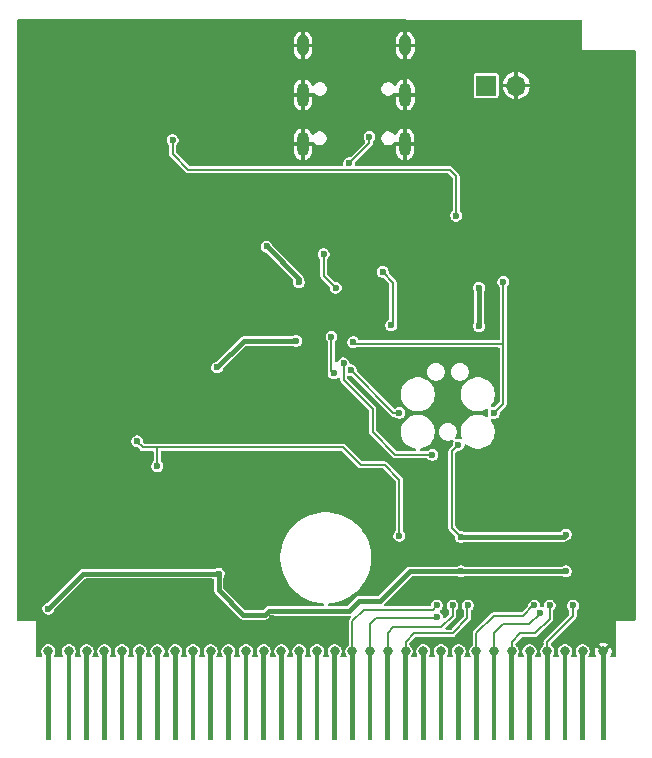
<source format=gbl>
G04 #@! TF.GenerationSoftware,KiCad,Pcbnew,9.0.5*
G04 #@! TF.CreationDate,2025-10-24T15:50:47+02:00*
G04 #@! TF.ProjectId,GameboyCartridgeV1.1,47616d65-626f-4794-9361-727472696467,rev?*
G04 #@! TF.SameCoordinates,Original*
G04 #@! TF.FileFunction,Copper,L2,Bot*
G04 #@! TF.FilePolarity,Positive*
%FSLAX46Y46*%
G04 Gerber Fmt 4.6, Leading zero omitted, Abs format (unit mm)*
G04 Created by KiCad (PCBNEW 9.0.5) date 2025-10-24 15:50:47*
%MOMM*%
%LPD*%
G01*
G04 APERTURE LIST*
G04 #@! TA.AperFunction,EtchedComponent*
%ADD10C,0.000000*%
G04 #@! TD*
G04 #@! TA.AperFunction,ComponentPad*
%ADD11O,1.000000X2.100000*%
G04 #@! TD*
G04 #@! TA.AperFunction,ComponentPad*
%ADD12O,1.000000X1.800000*%
G04 #@! TD*
G04 #@! TA.AperFunction,ComponentPad*
%ADD13C,0.800000*%
G04 #@! TD*
G04 #@! TA.AperFunction,ComponentPad*
%ADD14R,1.700000X1.700000*%
G04 #@! TD*
G04 #@! TA.AperFunction,ComponentPad*
%ADD15O,1.700000X1.700000*%
G04 #@! TD*
G04 #@! TA.AperFunction,ViaPad*
%ADD16C,0.600000*%
G04 #@! TD*
G04 #@! TA.AperFunction,Conductor*
%ADD17C,0.200000*%
G04 #@! TD*
G04 #@! TA.AperFunction,Conductor*
%ADD18C,0.400000*%
G04 #@! TD*
G04 APERTURE END LIST*
D10*
G04 #@! TA.AperFunction,EtchedComponent*
G36*
X88466962Y-116783715D02*
G01*
X88066962Y-116783715D01*
X88066962Y-109583715D01*
X88466962Y-109583715D01*
X88466962Y-116783715D01*
G37*
G04 #@! TD.AperFunction*
G04 #@! TA.AperFunction,EtchedComponent*
G36*
X90216962Y-116783715D02*
G01*
X89816962Y-116783715D01*
X89816962Y-109583715D01*
X90216962Y-109583715D01*
X90216962Y-116783715D01*
G37*
G04 #@! TD.AperFunction*
G04 #@! TA.AperFunction,EtchedComponent*
G36*
X91716962Y-116783715D02*
G01*
X91316962Y-116783715D01*
X91316962Y-109583715D01*
X91716962Y-109583715D01*
X91716962Y-116783715D01*
G37*
G04 #@! TD.AperFunction*
G04 #@! TA.AperFunction,EtchedComponent*
G36*
X93216962Y-116783715D02*
G01*
X92816962Y-116783715D01*
X92816962Y-109583715D01*
X93216962Y-109583715D01*
X93216962Y-116783715D01*
G37*
G04 #@! TD.AperFunction*
G04 #@! TA.AperFunction,EtchedComponent*
G36*
X94716962Y-116783715D02*
G01*
X94316962Y-116783715D01*
X94316962Y-109583715D01*
X94716962Y-109583715D01*
X94716962Y-116783715D01*
G37*
G04 #@! TD.AperFunction*
G04 #@! TA.AperFunction,EtchedComponent*
G36*
X96216962Y-116783715D02*
G01*
X95816962Y-116783715D01*
X95816962Y-109583715D01*
X96216962Y-109583715D01*
X96216962Y-116783715D01*
G37*
G04 #@! TD.AperFunction*
G04 #@! TA.AperFunction,EtchedComponent*
G36*
X97716962Y-116783715D02*
G01*
X97316962Y-116783715D01*
X97316962Y-109583715D01*
X97716962Y-109583715D01*
X97716962Y-116783715D01*
G37*
G04 #@! TD.AperFunction*
G04 #@! TA.AperFunction,EtchedComponent*
G36*
X99216962Y-116783715D02*
G01*
X98816962Y-116783715D01*
X98816962Y-109583715D01*
X99216962Y-109583715D01*
X99216962Y-116783715D01*
G37*
G04 #@! TD.AperFunction*
G04 #@! TA.AperFunction,EtchedComponent*
G36*
X100716962Y-116783715D02*
G01*
X100316962Y-116783715D01*
X100316962Y-109583715D01*
X100716962Y-109583715D01*
X100716962Y-116783715D01*
G37*
G04 #@! TD.AperFunction*
G04 #@! TA.AperFunction,EtchedComponent*
G36*
X102216962Y-116783715D02*
G01*
X101816962Y-116783715D01*
X101816962Y-109583715D01*
X102216962Y-109583715D01*
X102216962Y-116783715D01*
G37*
G04 #@! TD.AperFunction*
G04 #@! TA.AperFunction,EtchedComponent*
G36*
X103716962Y-116783715D02*
G01*
X103316962Y-116783715D01*
X103316962Y-109583715D01*
X103716962Y-109583715D01*
X103716962Y-116783715D01*
G37*
G04 #@! TD.AperFunction*
G04 #@! TA.AperFunction,EtchedComponent*
G36*
X105216962Y-116783715D02*
G01*
X104816962Y-116783715D01*
X104816962Y-109583715D01*
X105216962Y-109583715D01*
X105216962Y-116783715D01*
G37*
G04 #@! TD.AperFunction*
G04 #@! TA.AperFunction,EtchedComponent*
G36*
X106716962Y-116783715D02*
G01*
X106316962Y-116783715D01*
X106316962Y-109583715D01*
X106716962Y-109583715D01*
X106716962Y-116783715D01*
G37*
G04 #@! TD.AperFunction*
G04 #@! TA.AperFunction,EtchedComponent*
G36*
X108216962Y-116783715D02*
G01*
X107816962Y-116783715D01*
X107816962Y-109583715D01*
X108216962Y-109583715D01*
X108216962Y-116783715D01*
G37*
G04 #@! TD.AperFunction*
G04 #@! TA.AperFunction,EtchedComponent*
G36*
X109716962Y-116783715D02*
G01*
X109316962Y-116783715D01*
X109316962Y-109583715D01*
X109716962Y-109583715D01*
X109716962Y-116783715D01*
G37*
G04 #@! TD.AperFunction*
G04 #@! TA.AperFunction,EtchedComponent*
G36*
X111216962Y-116783715D02*
G01*
X110816962Y-116783715D01*
X110816962Y-109583715D01*
X111216962Y-109583715D01*
X111216962Y-116783715D01*
G37*
G04 #@! TD.AperFunction*
G04 #@! TA.AperFunction,EtchedComponent*
G36*
X112716962Y-116783715D02*
G01*
X112316962Y-116783715D01*
X112316962Y-109583715D01*
X112716962Y-109583715D01*
X112716962Y-116783715D01*
G37*
G04 #@! TD.AperFunction*
G04 #@! TA.AperFunction,EtchedComponent*
G36*
X114216962Y-116783715D02*
G01*
X113816962Y-116783715D01*
X113816962Y-109583715D01*
X114216962Y-109583715D01*
X114216962Y-116783715D01*
G37*
G04 #@! TD.AperFunction*
G04 #@! TA.AperFunction,EtchedComponent*
G36*
X115716962Y-116783715D02*
G01*
X115316962Y-116783715D01*
X115316962Y-109583715D01*
X115716962Y-109583715D01*
X115716962Y-116783715D01*
G37*
G04 #@! TD.AperFunction*
G04 #@! TA.AperFunction,EtchedComponent*
G36*
X117216962Y-116783715D02*
G01*
X116816962Y-116783715D01*
X116816962Y-109583715D01*
X117216962Y-109583715D01*
X117216962Y-116783715D01*
G37*
G04 #@! TD.AperFunction*
G04 #@! TA.AperFunction,EtchedComponent*
G36*
X118716962Y-116783715D02*
G01*
X118316962Y-116783715D01*
X118316962Y-109583715D01*
X118716962Y-109583715D01*
X118716962Y-116783715D01*
G37*
G04 #@! TD.AperFunction*
G04 #@! TA.AperFunction,EtchedComponent*
G36*
X120216962Y-116783715D02*
G01*
X119816962Y-116783715D01*
X119816962Y-109583715D01*
X120216962Y-109583715D01*
X120216962Y-116783715D01*
G37*
G04 #@! TD.AperFunction*
G04 #@! TA.AperFunction,EtchedComponent*
G36*
X121716962Y-116783715D02*
G01*
X121316962Y-116783715D01*
X121316962Y-109583715D01*
X121716962Y-109583715D01*
X121716962Y-116783715D01*
G37*
G04 #@! TD.AperFunction*
G04 #@! TA.AperFunction,EtchedComponent*
G36*
X123216962Y-116783715D02*
G01*
X122816962Y-116783715D01*
X122816962Y-109583715D01*
X123216962Y-109583715D01*
X123216962Y-116783715D01*
G37*
G04 #@! TD.AperFunction*
G04 #@! TA.AperFunction,EtchedComponent*
G36*
X124716962Y-116783715D02*
G01*
X124316962Y-116783715D01*
X124316962Y-109583715D01*
X124716962Y-109583715D01*
X124716962Y-116783715D01*
G37*
G04 #@! TD.AperFunction*
G04 #@! TA.AperFunction,EtchedComponent*
G36*
X126216962Y-116783715D02*
G01*
X125816962Y-116783715D01*
X125816962Y-109583715D01*
X126216962Y-109583715D01*
X126216962Y-116783715D01*
G37*
G04 #@! TD.AperFunction*
G04 #@! TA.AperFunction,EtchedComponent*
G36*
X127716962Y-116783715D02*
G01*
X127316962Y-116783715D01*
X127316962Y-109583715D01*
X127716962Y-109583715D01*
X127716962Y-116783715D01*
G37*
G04 #@! TD.AperFunction*
G04 #@! TA.AperFunction,EtchedComponent*
G36*
X129216962Y-116783715D02*
G01*
X128816962Y-116783715D01*
X128816962Y-109583715D01*
X129216962Y-109583715D01*
X129216962Y-116783715D01*
G37*
G04 #@! TD.AperFunction*
G04 #@! TA.AperFunction,EtchedComponent*
G36*
X130716962Y-116783715D02*
G01*
X130316962Y-116783715D01*
X130316962Y-109583715D01*
X130716962Y-109583715D01*
X130716962Y-116783715D01*
G37*
G04 #@! TD.AperFunction*
G04 #@! TA.AperFunction,EtchedComponent*
G36*
X132216962Y-116783715D02*
G01*
X131816962Y-116783715D01*
X131816962Y-109583715D01*
X132216962Y-109583715D01*
X132216962Y-116783715D01*
G37*
G04 #@! TD.AperFunction*
G04 #@! TA.AperFunction,EtchedComponent*
G36*
X133716962Y-116783715D02*
G01*
X133316962Y-116783715D01*
X133316962Y-109583715D01*
X133716962Y-109583715D01*
X133716962Y-116783715D01*
G37*
G04 #@! TD.AperFunction*
G04 #@! TA.AperFunction,EtchedComponent*
G36*
X135466962Y-116783715D02*
G01*
X135066962Y-116783715D01*
X135066962Y-109583715D01*
X135466962Y-109583715D01*
X135466962Y-116783715D01*
G37*
G04 #@! TD.AperFunction*
D11*
X118480000Y-62165000D03*
D12*
X118480000Y-57985000D03*
D11*
X118475000Y-66340000D03*
X109840000Y-62165000D03*
D12*
X109840000Y-57985000D03*
D11*
X109835000Y-66340000D03*
D13*
X88266962Y-109283715D03*
X90016962Y-109283715D03*
X91516962Y-109283715D03*
X93016962Y-109283715D03*
X94516962Y-109283715D03*
X96016962Y-109283715D03*
X97516962Y-109283715D03*
X99016962Y-109283715D03*
X100516962Y-109283715D03*
X102016962Y-109283715D03*
X103516962Y-109283715D03*
X105016962Y-109283715D03*
X106516962Y-109283715D03*
X108016962Y-109283715D03*
X109516962Y-109283715D03*
X111016962Y-109283715D03*
X112516962Y-109283715D03*
X114016962Y-109283715D03*
X115516962Y-109283715D03*
X117016962Y-109283715D03*
X118516962Y-109283715D03*
X120016962Y-109283715D03*
X121516962Y-109283715D03*
X123016962Y-109283715D03*
X124516962Y-109283715D03*
X126016962Y-109283715D03*
X127516962Y-109283715D03*
X129016962Y-109283715D03*
X130516962Y-109283715D03*
X132016962Y-109283715D03*
X133516962Y-109283715D03*
X135266962Y-109283715D03*
D14*
X125345000Y-61375000D03*
D15*
X127885000Y-61375000D03*
D16*
X124500000Y-85400000D03*
X124100000Y-65300000D03*
X137700000Y-104200000D03*
X112800000Y-79500000D03*
X85900000Y-76200000D03*
X127900000Y-56200000D03*
X105400000Y-105300000D03*
X85900000Y-94200000D03*
X85900000Y-100200000D03*
X92750000Y-84500000D03*
X137700000Y-106200000D03*
X133950000Y-87500000D03*
X85900000Y-92200000D03*
X118750000Y-71750000D03*
X121900000Y-56200000D03*
X110500001Y-86448527D03*
X107500000Y-84700000D03*
X105250000Y-60000000D03*
X85900000Y-62200000D03*
X135000000Y-60900000D03*
X85900000Y-102200000D03*
X85900000Y-78200000D03*
X85900000Y-66200000D03*
X85900000Y-68200000D03*
X91900000Y-56200000D03*
X85900000Y-64200000D03*
X134200000Y-96700000D03*
X137700000Y-70200000D03*
X121900000Y-58100000D03*
X134200000Y-105400000D03*
X125900000Y-56200000D03*
X137700000Y-86200000D03*
X117400000Y-105100000D03*
X96700000Y-67900000D03*
X105800000Y-98000000D03*
X112000000Y-71050000D03*
X120000000Y-76000000D03*
X129900000Y-58000000D03*
X111700000Y-80700000D03*
X119900000Y-56200000D03*
X115181250Y-85568750D03*
X96800000Y-57900000D03*
X126600000Y-105300000D03*
X137700000Y-84200000D03*
X137700000Y-60200000D03*
X92100000Y-106500000D03*
X107800000Y-90000000D03*
X137700000Y-72200000D03*
X132000000Y-60900000D03*
X125300000Y-105300000D03*
X137700000Y-76200000D03*
X95000000Y-77500000D03*
X127900000Y-100900000D03*
X94900000Y-57900000D03*
X137700000Y-68200000D03*
X85900000Y-56200000D03*
X94600000Y-106500000D03*
X95250000Y-80500000D03*
X85900000Y-70200000D03*
X137700000Y-100200000D03*
X112750000Y-71750000D03*
X114900000Y-57700000D03*
X137700000Y-98200000D03*
X111900000Y-56200000D03*
X109900000Y-56200000D03*
X112800000Y-57700000D03*
X137700000Y-94200000D03*
X111250000Y-71750000D03*
X85900000Y-90200000D03*
X89900000Y-56200000D03*
X118700000Y-100000000D03*
X100800000Y-57900000D03*
X112650000Y-69250000D03*
X129900000Y-65300000D03*
X102750000Y-83000000D03*
X92200000Y-101550000D03*
X115900000Y-56200000D03*
X85900000Y-74200000D03*
X137700000Y-78200000D03*
X120940000Y-81600000D03*
X85900000Y-104200000D03*
X113900000Y-56200000D03*
X105891139Y-69250000D03*
X99250000Y-60250000D03*
X111350000Y-88650000D03*
X137700000Y-66200000D03*
X105900000Y-56200000D03*
X85900000Y-86200000D03*
X107900000Y-56200000D03*
X129000000Y-72500000D03*
X137700000Y-88200000D03*
X127900000Y-58000000D03*
X111700000Y-79500000D03*
X137700000Y-74200000D03*
X101900000Y-56200000D03*
X95200000Y-103500000D03*
X129900000Y-56200000D03*
X106900000Y-57900000D03*
X137700000Y-90200000D03*
X112750000Y-94250000D03*
X110505474Y-63864476D03*
X117900000Y-56200000D03*
X112800000Y-81800000D03*
X85900000Y-60200000D03*
X137700000Y-82200000D03*
X121100000Y-100000000D03*
X107200000Y-106500000D03*
X85900000Y-82200000D03*
X89500000Y-102100000D03*
X99900000Y-56200000D03*
X117905474Y-63864476D03*
X136400000Y-58900000D03*
X85900000Y-96200000D03*
X97900000Y-56200000D03*
X85900000Y-80200000D03*
X116750000Y-69250000D03*
X95300000Y-105400000D03*
X85900000Y-98200000D03*
X135000000Y-63200000D03*
X103900000Y-56200000D03*
X137700000Y-96200000D03*
X137700000Y-62200000D03*
X111700000Y-81800000D03*
X93700000Y-105400000D03*
X85900000Y-106200000D03*
X100700000Y-74700000D03*
X108000000Y-94250000D03*
X123900000Y-56200000D03*
X110600000Y-81800000D03*
X110600000Y-79500000D03*
X135000000Y-65200000D03*
X102700000Y-100900000D03*
X97000000Y-105400000D03*
X85900000Y-58200000D03*
X93900000Y-56200000D03*
X95900000Y-56200000D03*
X135300000Y-100900000D03*
X85900000Y-84200000D03*
X103000000Y-57900000D03*
X131900000Y-56200000D03*
X137700000Y-80200000D03*
X133550000Y-58900000D03*
X85900000Y-72200000D03*
X137700000Y-92200000D03*
X110600000Y-80700000D03*
X98800000Y-57900000D03*
X131300000Y-100900000D03*
X131900000Y-58000000D03*
X117250000Y-71750000D03*
X112800000Y-80700000D03*
X102600000Y-77800000D03*
X87900000Y-56200000D03*
X125900000Y-58100000D03*
X137700000Y-102200000D03*
X137700000Y-64200000D03*
X104900000Y-57900000D03*
X85900000Y-88200000D03*
X125300000Y-97000000D03*
X123200000Y-99600000D03*
X109491176Y-78050000D03*
X132100000Y-99400000D03*
X117293165Y-81672386D03*
X116600000Y-77162500D03*
X123000000Y-91800000D03*
X124750000Y-78500000D03*
X102575000Y-85250000D03*
X106750000Y-75000000D03*
X124750000Y-81750000D03*
X109250000Y-83000000D03*
X120800000Y-92650000D03*
X113268933Y-84892098D03*
X126800000Y-78000000D03*
X114100000Y-83100000D03*
X126000000Y-89100000D03*
X118000000Y-89100000D03*
X113871278Y-85466346D03*
X123200000Y-102500000D03*
X132100000Y-102500000D03*
X88272528Y-105663384D03*
X102700000Y-102700000D03*
X121174500Y-105400000D03*
X121200000Y-106400000D03*
X122500000Y-105400000D03*
X123800000Y-105400000D03*
X129424500Y-105400000D03*
X129904610Y-106039295D03*
X130724500Y-105400000D03*
X132700000Y-105400000D03*
X111590484Y-75654093D03*
X112600000Y-78500000D03*
X112250000Y-82650002D03*
X112450000Y-85750000D03*
X118000000Y-99500000D03*
X95800000Y-91500000D03*
X97500000Y-93600000D03*
X122800000Y-72400000D03*
X98800000Y-66000000D03*
X113750000Y-67950000D03*
X115463343Y-65731671D03*
D17*
X122800000Y-72400000D02*
X122800000Y-69050000D01*
X122800000Y-69050000D02*
X122250000Y-68500000D01*
X122250000Y-68500000D02*
X100100000Y-68500000D01*
X100100000Y-68500000D02*
X98800000Y-67200000D01*
X98800000Y-67200000D02*
X98800000Y-66000000D01*
X123200000Y-99600000D02*
X122449000Y-98849000D01*
X117460000Y-78060000D02*
X116600000Y-77200000D01*
D18*
X106750000Y-75000000D02*
X109491176Y-77741176D01*
X104825000Y-83000000D02*
X102575000Y-85250000D01*
X109250000Y-83000000D02*
X104825000Y-83000000D01*
D17*
X116600000Y-77200000D02*
X116600000Y-77162500D01*
D18*
X124750000Y-78500000D02*
X124750000Y-81750000D01*
D17*
X117460000Y-81505551D02*
X117460000Y-78060000D01*
D18*
X131900000Y-99600000D02*
X132100000Y-99400000D01*
X109491176Y-77741176D02*
X109491176Y-78050000D01*
D17*
X122449000Y-98849000D02*
X122449000Y-92351000D01*
D18*
X123200000Y-99600000D02*
X131900000Y-99600000D01*
D17*
X122449000Y-92351000D02*
X123000000Y-91800000D01*
X117293165Y-81672386D02*
X117460000Y-81505551D01*
X113268933Y-86268933D02*
X115750000Y-88750000D01*
X113268933Y-84892098D02*
X113268933Y-86268933D01*
X115750000Y-88750000D02*
X115750000Y-90737500D01*
X117662500Y-92650000D02*
X120800000Y-92650000D01*
X115750000Y-90737500D02*
X117662500Y-92650000D01*
X126800000Y-83200000D02*
X126750000Y-83250000D01*
X114250000Y-83250000D02*
X126750000Y-83250000D01*
X114100000Y-83100000D02*
X114250000Y-83250000D01*
X126750000Y-83250000D02*
X126800000Y-83300000D01*
X126800000Y-83300000D02*
X126800000Y-88300000D01*
X126800000Y-88300000D02*
X126000000Y-89100000D01*
X126800000Y-78000000D02*
X126800000Y-83200000D01*
X117499500Y-89100000D02*
X118000000Y-89100000D01*
X113871278Y-85466346D02*
X113871278Y-85471778D01*
X113871278Y-85471778D02*
X117499500Y-89100000D01*
D18*
X88272528Y-105663384D02*
X91235912Y-102700000D01*
X104800000Y-106200000D02*
X106579346Y-106200000D01*
X106930346Y-105849000D02*
X113707095Y-105849000D01*
X91235912Y-102700000D02*
X102700000Y-102700000D01*
X106579346Y-106200000D02*
X106930346Y-105849000D01*
X118900000Y-102500000D02*
X123200000Y-102500000D01*
X116400000Y-105000000D02*
X118900000Y-102500000D01*
X123200000Y-102500000D02*
X132100000Y-102500000D01*
X102700000Y-104100000D02*
X104800000Y-106200000D01*
X114556095Y-105000000D02*
X116400000Y-105000000D01*
X102700000Y-102700000D02*
X102700000Y-104100000D01*
X113707095Y-105849000D02*
X114556095Y-105000000D01*
D17*
X120824500Y-105750000D02*
X121174500Y-105400000D01*
X114016962Y-109283715D02*
X114016962Y-106733038D01*
X115000000Y-105750000D02*
X120824500Y-105750000D01*
X114016962Y-106733038D02*
X115000000Y-105750000D01*
X121100000Y-106500000D02*
X121200000Y-106400000D01*
X116000000Y-106500000D02*
X121100000Y-106500000D01*
X115516962Y-106983038D02*
X116000000Y-106500000D01*
X115516962Y-109283715D02*
X115516962Y-106983038D01*
X117016962Y-107766962D02*
X117000000Y-107750000D01*
X117000000Y-107750000D02*
X117500000Y-107250000D01*
X117016962Y-109283715D02*
X117016962Y-107766962D01*
X117500000Y-107250000D02*
X121500000Y-107250000D01*
X122500000Y-106250000D02*
X122500000Y-105400000D01*
X121500000Y-107250000D02*
X122500000Y-106250000D01*
X118516962Y-108483038D02*
X119250000Y-107750000D01*
X123750000Y-106500000D02*
X123750000Y-105450000D01*
X122500000Y-107750000D02*
X123750000Y-106500000D01*
X118516962Y-109283715D02*
X118516962Y-108483038D01*
X119250000Y-107750000D02*
X122500000Y-107750000D01*
X123750000Y-105450000D02*
X123800000Y-105400000D01*
X124516962Y-109283715D02*
X124516962Y-107766962D01*
X129350000Y-105400000D02*
X129424500Y-105400000D01*
X124516962Y-107766962D02*
X124500000Y-107750000D01*
X124500000Y-107750000D02*
X126000000Y-106250000D01*
X128500000Y-106250000D02*
X129350000Y-105400000D01*
X126000000Y-106250000D02*
X128500000Y-106250000D01*
X126016962Y-107733038D02*
X126750000Y-107000000D01*
X126750000Y-107000000D02*
X129000000Y-107000000D01*
X129000000Y-107000000D02*
X129904610Y-106095390D01*
X129904610Y-106095390D02*
X129904610Y-106039295D01*
X126016962Y-109283715D02*
X126016962Y-107733038D01*
X130724500Y-106525500D02*
X130724500Y-105400000D01*
X128250000Y-107750000D02*
X129500000Y-107750000D01*
X127516962Y-108483038D02*
X128250000Y-107750000D01*
X129500000Y-107750000D02*
X130724500Y-106525500D01*
X127516962Y-109283715D02*
X127516962Y-108483038D01*
X132700000Y-106300000D02*
X132700000Y-105400000D01*
X130500000Y-108500000D02*
X132700000Y-106300000D01*
X130516962Y-108516962D02*
X130500000Y-108500000D01*
X130516962Y-109283715D02*
X130516962Y-108516962D01*
X111590484Y-77490484D02*
X111590484Y-75654093D01*
X112450000Y-85750000D02*
X112250000Y-85550000D01*
X112250000Y-85550000D02*
X112250000Y-82650002D01*
X112250000Y-82650002D02*
X112300000Y-82700002D01*
X112600000Y-78500000D02*
X111590484Y-77490484D01*
X113250000Y-92000000D02*
X97500000Y-92000000D01*
X97500000Y-93600000D02*
X97500000Y-92000000D01*
X95800000Y-91550000D02*
X95800000Y-91500000D01*
X114750000Y-93500000D02*
X113250000Y-92000000D01*
X97500000Y-92000000D02*
X96250000Y-92000000D01*
X118000000Y-99500000D02*
X118000000Y-94750000D01*
X118000000Y-94750000D02*
X116750000Y-93500000D01*
X116750000Y-93500000D02*
X114750000Y-93500000D01*
X96250000Y-92000000D02*
X95800000Y-91550000D01*
X115463343Y-66236657D02*
X113750000Y-67950000D01*
X115463343Y-65731671D02*
X115463343Y-66236657D01*
G04 #@! TA.AperFunction,Conductor*
G36*
X133320740Y-55791069D02*
G01*
X133387738Y-55810881D01*
X133433392Y-55863772D01*
X133444500Y-55915068D01*
X133444500Y-58320235D01*
X133459438Y-58335173D01*
X133480562Y-58335173D01*
X137876000Y-58335173D01*
X137943039Y-58354858D01*
X137988794Y-58407662D01*
X138000000Y-58459173D01*
X138000000Y-106550500D01*
X137980315Y-106617539D01*
X137927511Y-106663294D01*
X137876000Y-106674500D01*
X136359437Y-106674500D01*
X136344500Y-106689437D01*
X136344500Y-109676000D01*
X136324815Y-109743039D01*
X136272011Y-109788794D01*
X136220500Y-109800000D01*
X135995445Y-109800000D01*
X135928406Y-109780315D01*
X135882651Y-109727511D01*
X135872707Y-109658353D01*
X135884980Y-109620924D01*
X135884963Y-109620917D01*
X135885055Y-109620693D01*
X135886088Y-109617545D01*
X135887295Y-109615286D01*
X135940059Y-109487901D01*
X135940062Y-109487891D01*
X135966962Y-109352661D01*
X135966962Y-109214768D01*
X135940062Y-109079538D01*
X135940059Y-109079528D01*
X135887297Y-108952148D01*
X135887291Y-108952137D01*
X135856601Y-108906205D01*
X135556739Y-109206067D01*
X135546518Y-109167919D01*
X135507022Y-109099510D01*
X135451167Y-109043655D01*
X135382758Y-109004159D01*
X135344607Y-108993936D01*
X135644470Y-108694074D01*
X135598533Y-108663381D01*
X135471148Y-108610617D01*
X135471138Y-108610614D01*
X135335908Y-108583715D01*
X135198016Y-108583715D01*
X135062785Y-108610614D01*
X135062775Y-108610617D01*
X134935389Y-108663382D01*
X134889453Y-108694073D01*
X134889453Y-108694074D01*
X135189316Y-108993937D01*
X135151166Y-109004159D01*
X135082757Y-109043655D01*
X135026902Y-109099510D01*
X134987406Y-109167919D01*
X134977184Y-109206069D01*
X134677321Y-108906206D01*
X134677320Y-108906206D01*
X134646629Y-108952142D01*
X134593864Y-109079528D01*
X134593861Y-109079538D01*
X134566962Y-109214768D01*
X134566962Y-109352661D01*
X134566961Y-109352661D01*
X134593861Y-109487891D01*
X134593864Y-109487901D01*
X134646628Y-109615286D01*
X134647836Y-109617545D01*
X134648110Y-109618864D01*
X134648961Y-109620917D01*
X134648571Y-109621078D01*
X134662079Y-109685948D01*
X134637080Y-109751192D01*
X134580776Y-109792563D01*
X134538479Y-109800000D01*
X134127057Y-109800000D01*
X134060018Y-109780315D01*
X134014263Y-109727511D01*
X134004319Y-109658353D01*
X134019670Y-109614000D01*
X134048958Y-109563271D01*
X134076539Y-109515499D01*
X134117462Y-109362772D01*
X134117462Y-109204658D01*
X134076539Y-109051931D01*
X134018930Y-108952148D01*
X133997486Y-108915005D01*
X133997480Y-108914997D01*
X133885679Y-108803196D01*
X133885671Y-108803190D01*
X133748752Y-108724141D01*
X133748748Y-108724139D01*
X133748746Y-108724138D01*
X133596019Y-108683215D01*
X133437905Y-108683215D01*
X133285178Y-108724138D01*
X133285171Y-108724141D01*
X133148252Y-108803190D01*
X133148244Y-108803196D01*
X133036443Y-108914997D01*
X133036437Y-108915005D01*
X132957388Y-109051924D01*
X132957385Y-109051931D01*
X132916462Y-109204658D01*
X132916462Y-109362772D01*
X132951773Y-109494552D01*
X132957385Y-109515498D01*
X132957386Y-109515501D01*
X133014254Y-109614000D01*
X133030727Y-109681901D01*
X133007874Y-109747927D01*
X132952953Y-109791118D01*
X132906867Y-109800000D01*
X132627057Y-109800000D01*
X132560018Y-109780315D01*
X132514263Y-109727511D01*
X132504319Y-109658353D01*
X132519670Y-109614000D01*
X132548958Y-109563271D01*
X132576539Y-109515499D01*
X132617462Y-109362772D01*
X132617462Y-109204658D01*
X132576539Y-109051931D01*
X132518930Y-108952148D01*
X132497486Y-108915005D01*
X132497480Y-108914997D01*
X132385679Y-108803196D01*
X132385671Y-108803190D01*
X132248752Y-108724141D01*
X132248748Y-108724139D01*
X132248746Y-108724138D01*
X132096019Y-108683215D01*
X131937905Y-108683215D01*
X131785178Y-108724138D01*
X131785171Y-108724141D01*
X131648252Y-108803190D01*
X131648244Y-108803196D01*
X131536443Y-108914997D01*
X131536437Y-108915005D01*
X131457388Y-109051924D01*
X131457385Y-109051931D01*
X131416462Y-109204658D01*
X131416462Y-109362772D01*
X131451773Y-109494552D01*
X131457385Y-109515498D01*
X131457386Y-109515501D01*
X131514254Y-109614000D01*
X131530727Y-109681901D01*
X131507874Y-109747927D01*
X131452953Y-109791118D01*
X131406867Y-109800000D01*
X131127057Y-109800000D01*
X131060018Y-109780315D01*
X131014263Y-109727511D01*
X131004319Y-109658353D01*
X131019670Y-109614000D01*
X131048958Y-109563271D01*
X131076539Y-109515499D01*
X131117462Y-109362772D01*
X131117462Y-109204658D01*
X131076539Y-109051931D01*
X131018930Y-108952148D01*
X130997486Y-108915005D01*
X130997480Y-108914997D01*
X130885680Y-108803197D01*
X130885679Y-108803196D01*
X130885678Y-108803195D01*
X130885675Y-108803193D01*
X130885671Y-108803190D01*
X130879461Y-108799605D01*
X130871178Y-108790918D01*
X130860259Y-108785932D01*
X130847512Y-108766098D01*
X130831246Y-108749038D01*
X130828030Y-108735782D01*
X130822485Y-108727154D01*
X130817462Y-108692219D01*
X130817462Y-108658871D01*
X130837147Y-108591832D01*
X130853781Y-108571190D01*
X131876446Y-107548525D01*
X132940460Y-106484511D01*
X132980021Y-106415989D01*
X133000500Y-106339562D01*
X133000500Y-105858676D01*
X133020185Y-105791637D01*
X133036819Y-105770995D01*
X133050500Y-105757314D01*
X133100500Y-105707314D01*
X133166392Y-105593186D01*
X133200500Y-105465892D01*
X133200500Y-105334108D01*
X133166392Y-105206814D01*
X133100500Y-105092686D01*
X133007314Y-104999500D01*
X132950250Y-104966554D01*
X132893187Y-104933608D01*
X132829539Y-104916554D01*
X132765892Y-104899500D01*
X132634108Y-104899500D01*
X132506812Y-104933608D01*
X132392686Y-104999500D01*
X132392683Y-104999502D01*
X132299502Y-105092683D01*
X132299500Y-105092686D01*
X132233608Y-105206812D01*
X132212848Y-105284292D01*
X132199500Y-105334108D01*
X132199500Y-105465892D01*
X132216283Y-105528526D01*
X132233608Y-105593187D01*
X132236094Y-105597492D01*
X132299500Y-105707314D01*
X132299502Y-105707316D01*
X132363181Y-105770995D01*
X132396666Y-105832318D01*
X132399500Y-105858676D01*
X132399500Y-106124167D01*
X132379815Y-106191206D01*
X132363181Y-106211848D01*
X130259541Y-108315487D01*
X130259539Y-108315489D01*
X130219979Y-108384011D01*
X130219979Y-108384012D01*
X130199500Y-108460438D01*
X130199500Y-108539562D01*
X130211331Y-108583715D01*
X130212236Y-108587090D01*
X130216462Y-108619186D01*
X130216462Y-108692219D01*
X130196777Y-108759258D01*
X130154463Y-108799605D01*
X130148252Y-108803190D01*
X130148243Y-108803197D01*
X130036443Y-108914997D01*
X130036437Y-108915005D01*
X129957388Y-109051924D01*
X129957385Y-109051931D01*
X129916462Y-109204658D01*
X129916462Y-109362772D01*
X129951773Y-109494552D01*
X129957385Y-109515498D01*
X129957386Y-109515501D01*
X130014254Y-109614000D01*
X130030727Y-109681901D01*
X130007874Y-109747927D01*
X129952953Y-109791118D01*
X129906867Y-109800000D01*
X129627057Y-109800000D01*
X129560018Y-109780315D01*
X129514263Y-109727511D01*
X129504319Y-109658353D01*
X129519670Y-109614000D01*
X129548958Y-109563271D01*
X129576539Y-109515499D01*
X129617462Y-109362772D01*
X129617462Y-109204658D01*
X129576539Y-109051931D01*
X129518930Y-108952148D01*
X129497486Y-108915005D01*
X129497480Y-108914997D01*
X129385679Y-108803196D01*
X129385671Y-108803190D01*
X129248752Y-108724141D01*
X129248748Y-108724139D01*
X129248746Y-108724138D01*
X129096019Y-108683215D01*
X128937905Y-108683215D01*
X128785178Y-108724138D01*
X128785171Y-108724141D01*
X128648252Y-108803190D01*
X128648244Y-108803196D01*
X128536443Y-108914997D01*
X128536437Y-108915005D01*
X128457388Y-109051924D01*
X128457385Y-109051931D01*
X128416462Y-109204658D01*
X128416462Y-109362772D01*
X128451773Y-109494552D01*
X128457385Y-109515498D01*
X128457386Y-109515501D01*
X128514254Y-109614000D01*
X128530727Y-109681901D01*
X128507874Y-109747927D01*
X128452953Y-109791118D01*
X128406867Y-109800000D01*
X128127057Y-109800000D01*
X128060018Y-109780315D01*
X128014263Y-109727511D01*
X128004319Y-109658353D01*
X128019670Y-109614000D01*
X128048958Y-109563271D01*
X128076539Y-109515499D01*
X128117462Y-109362772D01*
X128117462Y-109204658D01*
X128076539Y-109051931D01*
X128018930Y-108952148D01*
X127997486Y-108915005D01*
X127997480Y-108914997D01*
X127885680Y-108803197D01*
X127885679Y-108803196D01*
X127885678Y-108803195D01*
X127885675Y-108803193D01*
X127885671Y-108803190D01*
X127879461Y-108799605D01*
X127871178Y-108790918D01*
X127860259Y-108785932D01*
X127847512Y-108766098D01*
X127831246Y-108749038D01*
X127828030Y-108735782D01*
X127822485Y-108727154D01*
X127817462Y-108692219D01*
X127817462Y-108658871D01*
X127837147Y-108591832D01*
X127853781Y-108571190D01*
X128338152Y-108086819D01*
X128399475Y-108053334D01*
X128425833Y-108050500D01*
X129539560Y-108050500D01*
X129539562Y-108050500D01*
X129615989Y-108030021D01*
X129684511Y-107990460D01*
X129740460Y-107934511D01*
X130964960Y-106710011D01*
X131004522Y-106641488D01*
X131025000Y-106565062D01*
X131025000Y-106485938D01*
X131025000Y-105858676D01*
X131044685Y-105791637D01*
X131061319Y-105770995D01*
X131075000Y-105757314D01*
X131125000Y-105707314D01*
X131190892Y-105593186D01*
X131225000Y-105465892D01*
X131225000Y-105334108D01*
X131190892Y-105206814D01*
X131125000Y-105092686D01*
X131031814Y-104999500D01*
X130974750Y-104966554D01*
X130917687Y-104933608D01*
X130854039Y-104916554D01*
X130790392Y-104899500D01*
X130658608Y-104899500D01*
X130531312Y-104933608D01*
X130417186Y-104999500D01*
X130417183Y-104999502D01*
X130324002Y-105092683D01*
X130324000Y-105092686D01*
X130258108Y-105206812D01*
X130224000Y-105334108D01*
X130224000Y-105445119D01*
X130216957Y-105469104D01*
X130213989Y-105493931D01*
X130207281Y-105502054D01*
X130204315Y-105512158D01*
X130185424Y-105528526D01*
X130169504Y-105547809D01*
X130159469Y-105551016D01*
X130151511Y-105557913D01*
X130126767Y-105561470D01*
X130102952Y-105569084D01*
X130087045Y-105567182D01*
X130082353Y-105567857D01*
X130067907Y-105564894D01*
X130016907Y-105551229D01*
X129957247Y-105514865D01*
X129926717Y-105452018D01*
X129925000Y-105431454D01*
X129925000Y-105334110D01*
X129925000Y-105334108D01*
X129890892Y-105206814D01*
X129825000Y-105092686D01*
X129731814Y-104999500D01*
X129674750Y-104966554D01*
X129617687Y-104933608D01*
X129554039Y-104916554D01*
X129490392Y-104899500D01*
X129358608Y-104899500D01*
X129231312Y-104933608D01*
X129117186Y-104999500D01*
X129117183Y-104999502D01*
X129024002Y-105092683D01*
X129024000Y-105092686D01*
X128958108Y-105206812D01*
X128924000Y-105334108D01*
X128924000Y-105349667D01*
X128904315Y-105416706D01*
X128887681Y-105437348D01*
X128411848Y-105913181D01*
X128350525Y-105946666D01*
X128324167Y-105949500D01*
X125960438Y-105949500D01*
X125922224Y-105959739D01*
X125884009Y-105969979D01*
X125884008Y-105969980D01*
X125825800Y-106003587D01*
X125825798Y-106003588D01*
X125815492Y-106009537D01*
X125815487Y-106009541D01*
X124259539Y-107565489D01*
X124219979Y-107634011D01*
X124219979Y-107634012D01*
X124199500Y-107710439D01*
X124199500Y-107789562D01*
X124212236Y-107837090D01*
X124216462Y-107869186D01*
X124216462Y-108692219D01*
X124196777Y-108759258D01*
X124154463Y-108799605D01*
X124148252Y-108803190D01*
X124148243Y-108803197D01*
X124036443Y-108914997D01*
X124036437Y-108915005D01*
X123957388Y-109051924D01*
X123957385Y-109051931D01*
X123916462Y-109204658D01*
X123916462Y-109362772D01*
X123951773Y-109494552D01*
X123957385Y-109515498D01*
X123957386Y-109515501D01*
X124014254Y-109614000D01*
X124030727Y-109681901D01*
X124007874Y-109747927D01*
X123952953Y-109791118D01*
X123906867Y-109800000D01*
X123627057Y-109800000D01*
X123560018Y-109780315D01*
X123514263Y-109727511D01*
X123504319Y-109658353D01*
X123519670Y-109614000D01*
X123548958Y-109563271D01*
X123576539Y-109515499D01*
X123617462Y-109362772D01*
X123617462Y-109204658D01*
X123576539Y-109051931D01*
X123518930Y-108952148D01*
X123497486Y-108915005D01*
X123497480Y-108914997D01*
X123385679Y-108803196D01*
X123385671Y-108803190D01*
X123248752Y-108724141D01*
X123248748Y-108724139D01*
X123248746Y-108724138D01*
X123096019Y-108683215D01*
X122937905Y-108683215D01*
X122785178Y-108724138D01*
X122785171Y-108724141D01*
X122648252Y-108803190D01*
X122648244Y-108803196D01*
X122536443Y-108914997D01*
X122536437Y-108915005D01*
X122457388Y-109051924D01*
X122457385Y-109051931D01*
X122416462Y-109204658D01*
X122416462Y-109362772D01*
X122451773Y-109494552D01*
X122457385Y-109515498D01*
X122457386Y-109515501D01*
X122514254Y-109614000D01*
X122530727Y-109681901D01*
X122507874Y-109747927D01*
X122452953Y-109791118D01*
X122406867Y-109800000D01*
X122127057Y-109800000D01*
X122060018Y-109780315D01*
X122014263Y-109727511D01*
X122004319Y-109658353D01*
X122019670Y-109614000D01*
X122048958Y-109563271D01*
X122076539Y-109515499D01*
X122117462Y-109362772D01*
X122117462Y-109204658D01*
X122076539Y-109051931D01*
X122018930Y-108952148D01*
X121997486Y-108915005D01*
X121997480Y-108914997D01*
X121885679Y-108803196D01*
X121885671Y-108803190D01*
X121748752Y-108724141D01*
X121748748Y-108724139D01*
X121748746Y-108724138D01*
X121596019Y-108683215D01*
X121437905Y-108683215D01*
X121285178Y-108724138D01*
X121285171Y-108724141D01*
X121148252Y-108803190D01*
X121148244Y-108803196D01*
X121036443Y-108914997D01*
X121036437Y-108915005D01*
X120957388Y-109051924D01*
X120957385Y-109051931D01*
X120916462Y-109204658D01*
X120916462Y-109362772D01*
X120951773Y-109494552D01*
X120957385Y-109515498D01*
X120957386Y-109515501D01*
X121014254Y-109614000D01*
X121030727Y-109681901D01*
X121007874Y-109747927D01*
X120952953Y-109791118D01*
X120906867Y-109800000D01*
X120627057Y-109800000D01*
X120560018Y-109780315D01*
X120514263Y-109727511D01*
X120504319Y-109658353D01*
X120519670Y-109614000D01*
X120548958Y-109563271D01*
X120576539Y-109515499D01*
X120617462Y-109362772D01*
X120617462Y-109204658D01*
X120576539Y-109051931D01*
X120518930Y-108952148D01*
X120497486Y-108915005D01*
X120497480Y-108914997D01*
X120385679Y-108803196D01*
X120385671Y-108803190D01*
X120248752Y-108724141D01*
X120248748Y-108724139D01*
X120248746Y-108724138D01*
X120096019Y-108683215D01*
X119937905Y-108683215D01*
X119785178Y-108724138D01*
X119785171Y-108724141D01*
X119648252Y-108803190D01*
X119648244Y-108803196D01*
X119536443Y-108914997D01*
X119536437Y-108915005D01*
X119457388Y-109051924D01*
X119457385Y-109051931D01*
X119416462Y-109204658D01*
X119416462Y-109362772D01*
X119451773Y-109494552D01*
X119457385Y-109515498D01*
X119457386Y-109515501D01*
X119514254Y-109614000D01*
X119530727Y-109681901D01*
X119507874Y-109747927D01*
X119452953Y-109791118D01*
X119406867Y-109800000D01*
X119127057Y-109800000D01*
X119060018Y-109780315D01*
X119014263Y-109727511D01*
X119004319Y-109658353D01*
X119019670Y-109614000D01*
X119048958Y-109563271D01*
X119076539Y-109515499D01*
X119117462Y-109362772D01*
X119117462Y-109204658D01*
X119076539Y-109051931D01*
X119018930Y-108952148D01*
X118997486Y-108915005D01*
X118997480Y-108914997D01*
X118885680Y-108803197D01*
X118885679Y-108803196D01*
X118885678Y-108803195D01*
X118885675Y-108803193D01*
X118885671Y-108803190D01*
X118879461Y-108799605D01*
X118871178Y-108790918D01*
X118860259Y-108785932D01*
X118847512Y-108766098D01*
X118831246Y-108749038D01*
X118828030Y-108735782D01*
X118822485Y-108727154D01*
X118817462Y-108692219D01*
X118817462Y-108658871D01*
X118837147Y-108591832D01*
X118853781Y-108571190D01*
X119338152Y-108086819D01*
X119399475Y-108053334D01*
X119425833Y-108050500D01*
X122539560Y-108050500D01*
X122539562Y-108050500D01*
X122615989Y-108030021D01*
X122684511Y-107990460D01*
X122740460Y-107934511D01*
X123990460Y-106684511D01*
X124012744Y-106645913D01*
X124030021Y-106615989D01*
X124050500Y-106539562D01*
X124050500Y-105904893D01*
X124070185Y-105837854D01*
X124102261Y-105807272D01*
X124100863Y-105805450D01*
X124107307Y-105800503D01*
X124107314Y-105800500D01*
X124200500Y-105707314D01*
X124266392Y-105593186D01*
X124300500Y-105465892D01*
X124300500Y-105334108D01*
X124266392Y-105206814D01*
X124200500Y-105092686D01*
X124107314Y-104999500D01*
X124050250Y-104966554D01*
X123993187Y-104933608D01*
X123929539Y-104916554D01*
X123865892Y-104899500D01*
X123734108Y-104899500D01*
X123606812Y-104933608D01*
X123492686Y-104999500D01*
X123492683Y-104999502D01*
X123399502Y-105092683D01*
X123399500Y-105092686D01*
X123333608Y-105206812D01*
X123312848Y-105284292D01*
X123299500Y-105334108D01*
X123299500Y-105465892D01*
X123316283Y-105528526D01*
X123333608Y-105593187D01*
X123336094Y-105597492D01*
X123399500Y-105707314D01*
X123399502Y-105707316D01*
X123413181Y-105720995D01*
X123446666Y-105782318D01*
X123449500Y-105808676D01*
X123449500Y-106324167D01*
X123429815Y-106391206D01*
X123413181Y-106411848D01*
X122411848Y-107413181D01*
X122350525Y-107446666D01*
X122324167Y-107449500D01*
X122024833Y-107449500D01*
X121957794Y-107429815D01*
X121912039Y-107377011D01*
X121902095Y-107307853D01*
X121931120Y-107244297D01*
X121937152Y-107237819D01*
X122338152Y-106836819D01*
X122740460Y-106434511D01*
X122780022Y-106365988D01*
X122800500Y-106289562D01*
X122800500Y-106210438D01*
X122800500Y-105858676D01*
X122820185Y-105791637D01*
X122836819Y-105770995D01*
X122850500Y-105757314D01*
X122900500Y-105707314D01*
X122966392Y-105593186D01*
X123000500Y-105465892D01*
X123000500Y-105334108D01*
X122966392Y-105206814D01*
X122900500Y-105092686D01*
X122807314Y-104999500D01*
X122750250Y-104966554D01*
X122693187Y-104933608D01*
X122629539Y-104916554D01*
X122565892Y-104899500D01*
X122434108Y-104899500D01*
X122306812Y-104933608D01*
X122192686Y-104999500D01*
X122192683Y-104999502D01*
X122099502Y-105092683D01*
X122099500Y-105092686D01*
X122033608Y-105206812D01*
X122012848Y-105284292D01*
X121999500Y-105334108D01*
X121999500Y-105465892D01*
X122016283Y-105528526D01*
X122033608Y-105593187D01*
X122036094Y-105597492D01*
X122099500Y-105707314D01*
X122099502Y-105707316D01*
X122163181Y-105770995D01*
X122177884Y-105797922D01*
X122194477Y-105823741D01*
X122195368Y-105829941D01*
X122196666Y-105832318D01*
X122199500Y-105858676D01*
X122199500Y-106074167D01*
X122179815Y-106141206D01*
X122163181Y-106161848D01*
X121912086Y-106412942D01*
X121850763Y-106446427D01*
X121781071Y-106441443D01*
X121725138Y-106399571D01*
X121701466Y-106341447D01*
X121700500Y-106334116D01*
X121700500Y-106334108D01*
X121666392Y-106206814D01*
X121600500Y-106092686D01*
X121507314Y-105999500D01*
X121504936Y-105998127D01*
X121503333Y-105996445D01*
X121500865Y-105994552D01*
X121501160Y-105994167D01*
X121456722Y-105947564D01*
X121443496Y-105878958D01*
X121469461Y-105814092D01*
X121479254Y-105803058D01*
X121481809Y-105800502D01*
X121481814Y-105800500D01*
X121575000Y-105707314D01*
X121640892Y-105593186D01*
X121675000Y-105465892D01*
X121675000Y-105334108D01*
X121640892Y-105206814D01*
X121575000Y-105092686D01*
X121481814Y-104999500D01*
X121424750Y-104966554D01*
X121367687Y-104933608D01*
X121304039Y-104916554D01*
X121240392Y-104899500D01*
X121108608Y-104899500D01*
X120981312Y-104933608D01*
X120867186Y-104999500D01*
X120867183Y-104999502D01*
X120774002Y-105092683D01*
X120774000Y-105092686D01*
X120708108Y-105206812D01*
X120674000Y-105334107D01*
X120673002Y-105341690D01*
X120644733Y-105405585D01*
X120586407Y-105444054D01*
X120550063Y-105449500D01*
X116816255Y-105449500D01*
X116749216Y-105429815D01*
X116703461Y-105377011D01*
X116693517Y-105307853D01*
X116722542Y-105244297D01*
X116728574Y-105237819D01*
X119029574Y-102936819D01*
X119090897Y-102903334D01*
X119117255Y-102900500D01*
X122859460Y-102900500D01*
X122921460Y-102917113D01*
X123006814Y-102966392D01*
X123134108Y-103000500D01*
X123134110Y-103000500D01*
X123265890Y-103000500D01*
X123265892Y-103000500D01*
X123393186Y-102966392D01*
X123478540Y-102917113D01*
X123540540Y-102900500D01*
X131759460Y-102900500D01*
X131821460Y-102917113D01*
X131906814Y-102966392D01*
X132034108Y-103000500D01*
X132034110Y-103000500D01*
X132165890Y-103000500D01*
X132165892Y-103000500D01*
X132293186Y-102966392D01*
X132407314Y-102900500D01*
X132500500Y-102807314D01*
X132566392Y-102693186D01*
X132600500Y-102565892D01*
X132600500Y-102434108D01*
X132566392Y-102306814D01*
X132500500Y-102192686D01*
X132407314Y-102099500D01*
X132350250Y-102066554D01*
X132293187Y-102033608D01*
X132229539Y-102016554D01*
X132165892Y-101999500D01*
X132034108Y-101999500D01*
X131906814Y-102033608D01*
X131906813Y-102033608D01*
X131906811Y-102033609D01*
X131906810Y-102033609D01*
X131821460Y-102082887D01*
X131759460Y-102099500D01*
X123540540Y-102099500D01*
X123478540Y-102082887D01*
X123393188Y-102033609D01*
X123393187Y-102033608D01*
X123393186Y-102033608D01*
X123265892Y-101999500D01*
X123134108Y-101999500D01*
X123006814Y-102033608D01*
X123006813Y-102033608D01*
X123006811Y-102033609D01*
X123006810Y-102033609D01*
X122921460Y-102082887D01*
X122859460Y-102099500D01*
X118847273Y-102099500D01*
X118745410Y-102126793D01*
X118654087Y-102179520D01*
X118654084Y-102179522D01*
X116270426Y-104563181D01*
X116209103Y-104596666D01*
X116182745Y-104599500D01*
X114503368Y-104599500D01*
X114401508Y-104626793D01*
X114401505Y-104626794D01*
X114310180Y-104679521D01*
X113577521Y-105412181D01*
X113516198Y-105445666D01*
X113489840Y-105448500D01*
X112063467Y-105448500D01*
X111996428Y-105428815D01*
X111950673Y-105376011D01*
X111940729Y-105306853D01*
X111969754Y-105243297D01*
X112028532Y-105205523D01*
X112051311Y-105201097D01*
X112335667Y-105173091D01*
X112407899Y-105158723D01*
X112706703Y-105099288D01*
X112706714Y-105099285D01*
X112706714Y-105099284D01*
X112706724Y-105099283D01*
X113068759Y-104989461D01*
X113418286Y-104844682D01*
X113751940Y-104666340D01*
X114066507Y-104456154D01*
X114358956Y-104216146D01*
X114626473Y-103948629D01*
X114866481Y-103656180D01*
X115076667Y-103341613D01*
X115255009Y-103007959D01*
X115399788Y-102658432D01*
X115509610Y-102296397D01*
X115509612Y-102296387D01*
X115509615Y-102296376D01*
X115583418Y-101925339D01*
X115620500Y-101548832D01*
X115620500Y-101170513D01*
X115583418Y-100794006D01*
X115509615Y-100422969D01*
X115509612Y-100422958D01*
X115509611Y-100422955D01*
X115509610Y-100422949D01*
X115399788Y-100060914D01*
X115255009Y-99711387D01*
X115252831Y-99707313D01*
X115076673Y-99377744D01*
X115076671Y-99377742D01*
X115076667Y-99377733D01*
X115076656Y-99377716D01*
X114866492Y-99063181D01*
X114866476Y-99063160D01*
X114814231Y-98999499D01*
X114626473Y-98770717D01*
X114626472Y-98770716D01*
X114626468Y-98770711D01*
X114358961Y-98503204D01*
X114066512Y-98263196D01*
X114066489Y-98263179D01*
X113751956Y-98053016D01*
X113751928Y-98052999D01*
X113418293Y-97874667D01*
X113418288Y-97874665D01*
X113068760Y-97729885D01*
X112706714Y-97620060D01*
X112706703Y-97620057D01*
X112335666Y-97546254D01*
X112052099Y-97518326D01*
X111959163Y-97509173D01*
X111580837Y-97509173D01*
X111494966Y-97517630D01*
X111204333Y-97546254D01*
X110833296Y-97620057D01*
X110833285Y-97620060D01*
X110471239Y-97729885D01*
X110121711Y-97874665D01*
X110121706Y-97874667D01*
X109788071Y-98052999D01*
X109788043Y-98053016D01*
X109473510Y-98263179D01*
X109473487Y-98263196D01*
X109181038Y-98503204D01*
X108913531Y-98770711D01*
X108673523Y-99063160D01*
X108673508Y-99063181D01*
X108463343Y-99377716D01*
X108463326Y-99377744D01*
X108284994Y-99711379D01*
X108284992Y-99711384D01*
X108140212Y-100060912D01*
X108030387Y-100422958D01*
X108030384Y-100422969D01*
X107956581Y-100794006D01*
X107919500Y-101170513D01*
X107919500Y-101548832D01*
X107956581Y-101925339D01*
X108030384Y-102296376D01*
X108030387Y-102296387D01*
X108140212Y-102658433D01*
X108201881Y-102807314D01*
X108281901Y-103000500D01*
X108284992Y-103007961D01*
X108284994Y-103007966D01*
X108463326Y-103341601D01*
X108463343Y-103341629D01*
X108673506Y-103656162D01*
X108673523Y-103656185D01*
X108913531Y-103948634D01*
X109181038Y-104216141D01*
X109181043Y-104216145D01*
X109181044Y-104216146D01*
X109473493Y-104456154D01*
X109473500Y-104456159D01*
X109473510Y-104456166D01*
X109788043Y-104666329D01*
X109788048Y-104666332D01*
X109788060Y-104666340D01*
X109788069Y-104666344D01*
X109788071Y-104666346D01*
X110121706Y-104844678D01*
X110121708Y-104844678D01*
X110121714Y-104844682D01*
X110471241Y-104989461D01*
X110833276Y-105099283D01*
X110833282Y-105099284D01*
X110833285Y-105099285D01*
X110833296Y-105099288D01*
X111196244Y-105171482D01*
X111204333Y-105173091D01*
X111488687Y-105201097D01*
X111553474Y-105227258D01*
X111593833Y-105284292D01*
X111596950Y-105354092D01*
X111561836Y-105414497D01*
X111499638Y-105446328D01*
X111476533Y-105448500D01*
X106877619Y-105448500D01*
X106775756Y-105475793D01*
X106684433Y-105528520D01*
X106684430Y-105528522D01*
X106449772Y-105763181D01*
X106388449Y-105796666D01*
X106362091Y-105799500D01*
X105017255Y-105799500D01*
X104950216Y-105779815D01*
X104929574Y-105763181D01*
X103136819Y-103970426D01*
X103103334Y-103909103D01*
X103100500Y-103882745D01*
X103100500Y-103040539D01*
X103117112Y-102978540D01*
X103166392Y-102893186D01*
X103200500Y-102765892D01*
X103200500Y-102634108D01*
X103166392Y-102506814D01*
X103100500Y-102392686D01*
X103007314Y-102299500D01*
X102950250Y-102266554D01*
X102893187Y-102233608D01*
X102829539Y-102216554D01*
X102765892Y-102199500D01*
X102634108Y-102199500D01*
X102506814Y-102233608D01*
X102506813Y-102233608D01*
X102506811Y-102233609D01*
X102506810Y-102233609D01*
X102421460Y-102282887D01*
X102359460Y-102299500D01*
X91183185Y-102299500D01*
X91081322Y-102326793D01*
X90989999Y-102379520D01*
X90989996Y-102379522D01*
X88230128Y-105139389D01*
X88174542Y-105171482D01*
X88079343Y-105196991D01*
X88079342Y-105196991D01*
X87965214Y-105262884D01*
X87965211Y-105262886D01*
X87872030Y-105356067D01*
X87872028Y-105356070D01*
X87806136Y-105470196D01*
X87772028Y-105597492D01*
X87772028Y-105729276D01*
X87785570Y-105779815D01*
X87806136Y-105856571D01*
X87821233Y-105882719D01*
X87872028Y-105970698D01*
X87965214Y-106063884D01*
X88079342Y-106129776D01*
X88206636Y-106163884D01*
X88206638Y-106163884D01*
X88338418Y-106163884D01*
X88338420Y-106163884D01*
X88465714Y-106129776D01*
X88579842Y-106063884D01*
X88673028Y-105970698D01*
X88738920Y-105856570D01*
X88753944Y-105800500D01*
X88764428Y-105761370D01*
X88796520Y-105705783D01*
X91365486Y-103136819D01*
X91426809Y-103103334D01*
X91453167Y-103100500D01*
X102175500Y-103100500D01*
X102242539Y-103120185D01*
X102288294Y-103172989D01*
X102299500Y-103224500D01*
X102299500Y-104152726D01*
X102326793Y-104254589D01*
X102353156Y-104300250D01*
X102379520Y-104345913D01*
X104479519Y-106445912D01*
X104479520Y-106445913D01*
X104554087Y-106520480D01*
X104645413Y-106573207D01*
X104747273Y-106600500D01*
X104747275Y-106600500D01*
X106632071Y-106600500D01*
X106632073Y-106600500D01*
X106733934Y-106573207D01*
X106825259Y-106520480D01*
X107059920Y-106285819D01*
X107121243Y-106252334D01*
X107147601Y-106249500D01*
X113759818Y-106249500D01*
X113759822Y-106249500D01*
X113759825Y-106249498D01*
X113761214Y-106249316D01*
X113762395Y-106249500D01*
X113767949Y-106249500D01*
X113767949Y-106250365D01*
X113790837Y-106253932D01*
X113820745Y-106256071D01*
X113824999Y-106259255D01*
X113830251Y-106260074D01*
X113852678Y-106279975D01*
X113876679Y-106297941D01*
X113878536Y-106302920D01*
X113882512Y-106306448D01*
X113890618Y-106335313D01*
X113901097Y-106363405D01*
X113899967Y-106368599D01*
X113901404Y-106373715D01*
X113892618Y-106402380D01*
X113886246Y-106431678D01*
X113881833Y-106437572D01*
X113880931Y-106440518D01*
X113865096Y-106459933D01*
X113832451Y-106492578D01*
X113776503Y-106548525D01*
X113776497Y-106548533D01*
X113736944Y-106617042D01*
X113736941Y-106617047D01*
X113716462Y-106693477D01*
X113716462Y-108692219D01*
X113696777Y-108759258D01*
X113654463Y-108799605D01*
X113648252Y-108803190D01*
X113648243Y-108803197D01*
X113536443Y-108914997D01*
X113536437Y-108915005D01*
X113457388Y-109051924D01*
X113457385Y-109051931D01*
X113416462Y-109204658D01*
X113416462Y-109362772D01*
X113451773Y-109494552D01*
X113457385Y-109515498D01*
X113457386Y-109515501D01*
X113514254Y-109614000D01*
X113530727Y-109681901D01*
X113507874Y-109747927D01*
X113452953Y-109791118D01*
X113406867Y-109800000D01*
X113127057Y-109800000D01*
X113060018Y-109780315D01*
X113014263Y-109727511D01*
X113004319Y-109658353D01*
X113019670Y-109614000D01*
X113048958Y-109563271D01*
X113076539Y-109515499D01*
X113117462Y-109362772D01*
X113117462Y-109204658D01*
X113076539Y-109051931D01*
X113018930Y-108952148D01*
X112997486Y-108915005D01*
X112997480Y-108914997D01*
X112885679Y-108803196D01*
X112885671Y-108803190D01*
X112748752Y-108724141D01*
X112748748Y-108724139D01*
X112748746Y-108724138D01*
X112596019Y-108683215D01*
X112437905Y-108683215D01*
X112285178Y-108724138D01*
X112285171Y-108724141D01*
X112148252Y-108803190D01*
X112148244Y-108803196D01*
X112036443Y-108914997D01*
X112036437Y-108915005D01*
X111957388Y-109051924D01*
X111957385Y-109051931D01*
X111916462Y-109204658D01*
X111916462Y-109362772D01*
X111951773Y-109494552D01*
X111957385Y-109515498D01*
X111957386Y-109515501D01*
X112014254Y-109614000D01*
X112030727Y-109681901D01*
X112007874Y-109747927D01*
X111952953Y-109791118D01*
X111906867Y-109800000D01*
X111627057Y-109800000D01*
X111560018Y-109780315D01*
X111514263Y-109727511D01*
X111504319Y-109658353D01*
X111519670Y-109614000D01*
X111548958Y-109563271D01*
X111576539Y-109515499D01*
X111617462Y-109362772D01*
X111617462Y-109204658D01*
X111576539Y-109051931D01*
X111518930Y-108952148D01*
X111497486Y-108915005D01*
X111497480Y-108914997D01*
X111385679Y-108803196D01*
X111385671Y-108803190D01*
X111248752Y-108724141D01*
X111248748Y-108724139D01*
X111248746Y-108724138D01*
X111096019Y-108683215D01*
X110937905Y-108683215D01*
X110785178Y-108724138D01*
X110785171Y-108724141D01*
X110648252Y-108803190D01*
X110648244Y-108803196D01*
X110536443Y-108914997D01*
X110536437Y-108915005D01*
X110457388Y-109051924D01*
X110457385Y-109051931D01*
X110416462Y-109204658D01*
X110416462Y-109362772D01*
X110451773Y-109494552D01*
X110457385Y-109515498D01*
X110457386Y-109515501D01*
X110514254Y-109614000D01*
X110530727Y-109681901D01*
X110507874Y-109747927D01*
X110452953Y-109791118D01*
X110406867Y-109800000D01*
X110127057Y-109800000D01*
X110060018Y-109780315D01*
X110014263Y-109727511D01*
X110004319Y-109658353D01*
X110019670Y-109614000D01*
X110048958Y-109563271D01*
X110076539Y-109515499D01*
X110117462Y-109362772D01*
X110117462Y-109204658D01*
X110076539Y-109051931D01*
X110018930Y-108952148D01*
X109997486Y-108915005D01*
X109997480Y-108914997D01*
X109885679Y-108803196D01*
X109885671Y-108803190D01*
X109748752Y-108724141D01*
X109748748Y-108724139D01*
X109748746Y-108724138D01*
X109596019Y-108683215D01*
X109437905Y-108683215D01*
X109285178Y-108724138D01*
X109285171Y-108724141D01*
X109148252Y-108803190D01*
X109148244Y-108803196D01*
X109036443Y-108914997D01*
X109036437Y-108915005D01*
X108957388Y-109051924D01*
X108957385Y-109051931D01*
X108916462Y-109204658D01*
X108916462Y-109362772D01*
X108951773Y-109494552D01*
X108957385Y-109515498D01*
X108957386Y-109515501D01*
X109014254Y-109614000D01*
X109030727Y-109681901D01*
X109007874Y-109747927D01*
X108952953Y-109791118D01*
X108906867Y-109800000D01*
X108627057Y-109800000D01*
X108560018Y-109780315D01*
X108514263Y-109727511D01*
X108504319Y-109658353D01*
X108519670Y-109614000D01*
X108548958Y-109563271D01*
X108576539Y-109515499D01*
X108617462Y-109362772D01*
X108617462Y-109204658D01*
X108576539Y-109051931D01*
X108518930Y-108952148D01*
X108497486Y-108915005D01*
X108497480Y-108914997D01*
X108385679Y-108803196D01*
X108385671Y-108803190D01*
X108248752Y-108724141D01*
X108248748Y-108724139D01*
X108248746Y-108724138D01*
X108096019Y-108683215D01*
X107937905Y-108683215D01*
X107785178Y-108724138D01*
X107785171Y-108724141D01*
X107648252Y-108803190D01*
X107648244Y-108803196D01*
X107536443Y-108914997D01*
X107536437Y-108915005D01*
X107457388Y-109051924D01*
X107457385Y-109051931D01*
X107416462Y-109204658D01*
X107416462Y-109362772D01*
X107451773Y-109494552D01*
X107457385Y-109515498D01*
X107457386Y-109515501D01*
X107514254Y-109614000D01*
X107530727Y-109681901D01*
X107507874Y-109747927D01*
X107452953Y-109791118D01*
X107406867Y-109800000D01*
X107127057Y-109800000D01*
X107060018Y-109780315D01*
X107014263Y-109727511D01*
X107004319Y-109658353D01*
X107019670Y-109614000D01*
X107048958Y-109563271D01*
X107076539Y-109515499D01*
X107117462Y-109362772D01*
X107117462Y-109204658D01*
X107076539Y-109051931D01*
X107018930Y-108952148D01*
X106997486Y-108915005D01*
X106997480Y-108914997D01*
X106885679Y-108803196D01*
X106885671Y-108803190D01*
X106748752Y-108724141D01*
X106748748Y-108724139D01*
X106748746Y-108724138D01*
X106596019Y-108683215D01*
X106437905Y-108683215D01*
X106285178Y-108724138D01*
X106285171Y-108724141D01*
X106148252Y-108803190D01*
X106148244Y-108803196D01*
X106036443Y-108914997D01*
X106036437Y-108915005D01*
X105957388Y-109051924D01*
X105957385Y-109051931D01*
X105916462Y-109204658D01*
X105916462Y-109362772D01*
X105951773Y-109494552D01*
X105957385Y-109515498D01*
X105957386Y-109515501D01*
X106014254Y-109614000D01*
X106030727Y-109681901D01*
X106007874Y-109747927D01*
X105952953Y-109791118D01*
X105906867Y-109800000D01*
X105627057Y-109800000D01*
X105560018Y-109780315D01*
X105514263Y-109727511D01*
X105504319Y-109658353D01*
X105519670Y-109614000D01*
X105548958Y-109563271D01*
X105576539Y-109515499D01*
X105617462Y-109362772D01*
X105617462Y-109204658D01*
X105576539Y-109051931D01*
X105518930Y-108952148D01*
X105497486Y-108915005D01*
X105497480Y-108914997D01*
X105385679Y-108803196D01*
X105385671Y-108803190D01*
X105248752Y-108724141D01*
X105248748Y-108724139D01*
X105248746Y-108724138D01*
X105096019Y-108683215D01*
X104937905Y-108683215D01*
X104785178Y-108724138D01*
X104785171Y-108724141D01*
X104648252Y-108803190D01*
X104648244Y-108803196D01*
X104536443Y-108914997D01*
X104536437Y-108915005D01*
X104457388Y-109051924D01*
X104457385Y-109051931D01*
X104416462Y-109204658D01*
X104416462Y-109362772D01*
X104451773Y-109494552D01*
X104457385Y-109515498D01*
X104457386Y-109515501D01*
X104514254Y-109614000D01*
X104530727Y-109681901D01*
X104507874Y-109747927D01*
X104452953Y-109791118D01*
X104406867Y-109800000D01*
X104127057Y-109800000D01*
X104060018Y-109780315D01*
X104014263Y-109727511D01*
X104004319Y-109658353D01*
X104019670Y-109614000D01*
X104048958Y-109563271D01*
X104076539Y-109515499D01*
X104117462Y-109362772D01*
X104117462Y-109204658D01*
X104076539Y-109051931D01*
X104018930Y-108952148D01*
X103997486Y-108915005D01*
X103997480Y-108914997D01*
X103885679Y-108803196D01*
X103885671Y-108803190D01*
X103748752Y-108724141D01*
X103748748Y-108724139D01*
X103748746Y-108724138D01*
X103596019Y-108683215D01*
X103437905Y-108683215D01*
X103285178Y-108724138D01*
X103285171Y-108724141D01*
X103148252Y-108803190D01*
X103148244Y-108803196D01*
X103036443Y-108914997D01*
X103036437Y-108915005D01*
X102957388Y-109051924D01*
X102957385Y-109051931D01*
X102916462Y-109204658D01*
X102916462Y-109362772D01*
X102951773Y-109494552D01*
X102957385Y-109515498D01*
X102957386Y-109515501D01*
X103014254Y-109614000D01*
X103030727Y-109681901D01*
X103007874Y-109747927D01*
X102952953Y-109791118D01*
X102906867Y-109800000D01*
X102627057Y-109800000D01*
X102560018Y-109780315D01*
X102514263Y-109727511D01*
X102504319Y-109658353D01*
X102519670Y-109614000D01*
X102548958Y-109563271D01*
X102576539Y-109515499D01*
X102617462Y-109362772D01*
X102617462Y-109204658D01*
X102576539Y-109051931D01*
X102518930Y-108952148D01*
X102497486Y-108915005D01*
X102497480Y-108914997D01*
X102385679Y-108803196D01*
X102385671Y-108803190D01*
X102248752Y-108724141D01*
X102248748Y-108724139D01*
X102248746Y-108724138D01*
X102096019Y-108683215D01*
X101937905Y-108683215D01*
X101785178Y-108724138D01*
X101785171Y-108724141D01*
X101648252Y-108803190D01*
X101648244Y-108803196D01*
X101536443Y-108914997D01*
X101536437Y-108915005D01*
X101457388Y-109051924D01*
X101457385Y-109051931D01*
X101416462Y-109204658D01*
X101416462Y-109362772D01*
X101451773Y-109494552D01*
X101457385Y-109515498D01*
X101457386Y-109515501D01*
X101514254Y-109614000D01*
X101530727Y-109681901D01*
X101507874Y-109747927D01*
X101452953Y-109791118D01*
X101406867Y-109800000D01*
X101127057Y-109800000D01*
X101060018Y-109780315D01*
X101014263Y-109727511D01*
X101004319Y-109658353D01*
X101019670Y-109614000D01*
X101048958Y-109563271D01*
X101076539Y-109515499D01*
X101117462Y-109362772D01*
X101117462Y-109204658D01*
X101076539Y-109051931D01*
X101018930Y-108952148D01*
X100997486Y-108915005D01*
X100997480Y-108914997D01*
X100885679Y-108803196D01*
X100885671Y-108803190D01*
X100748752Y-108724141D01*
X100748748Y-108724139D01*
X100748746Y-108724138D01*
X100596019Y-108683215D01*
X100437905Y-108683215D01*
X100285178Y-108724138D01*
X100285171Y-108724141D01*
X100148252Y-108803190D01*
X100148244Y-108803196D01*
X100036443Y-108914997D01*
X100036437Y-108915005D01*
X99957388Y-109051924D01*
X99957385Y-109051931D01*
X99916462Y-109204658D01*
X99916462Y-109362772D01*
X99951773Y-109494552D01*
X99957385Y-109515498D01*
X99957386Y-109515501D01*
X100014254Y-109614000D01*
X100030727Y-109681901D01*
X100007874Y-109747927D01*
X99952953Y-109791118D01*
X99906867Y-109800000D01*
X99627057Y-109800000D01*
X99560018Y-109780315D01*
X99514263Y-109727511D01*
X99504319Y-109658353D01*
X99519670Y-109614000D01*
X99548958Y-109563271D01*
X99576539Y-109515499D01*
X99617462Y-109362772D01*
X99617462Y-109204658D01*
X99576539Y-109051931D01*
X99518930Y-108952148D01*
X99497486Y-108915005D01*
X99497480Y-108914997D01*
X99385679Y-108803196D01*
X99385671Y-108803190D01*
X99248752Y-108724141D01*
X99248748Y-108724139D01*
X99248746Y-108724138D01*
X99096019Y-108683215D01*
X98937905Y-108683215D01*
X98785178Y-108724138D01*
X98785171Y-108724141D01*
X98648252Y-108803190D01*
X98648244Y-108803196D01*
X98536443Y-108914997D01*
X98536437Y-108915005D01*
X98457388Y-109051924D01*
X98457385Y-109051931D01*
X98416462Y-109204658D01*
X98416462Y-109362772D01*
X98451773Y-109494552D01*
X98457385Y-109515498D01*
X98457386Y-109515501D01*
X98514254Y-109614000D01*
X98530727Y-109681901D01*
X98507874Y-109747927D01*
X98452953Y-109791118D01*
X98406867Y-109800000D01*
X98127057Y-109800000D01*
X98060018Y-109780315D01*
X98014263Y-109727511D01*
X98004319Y-109658353D01*
X98019670Y-109614000D01*
X98048958Y-109563271D01*
X98076539Y-109515499D01*
X98117462Y-109362772D01*
X98117462Y-109204658D01*
X98076539Y-109051931D01*
X98018930Y-108952148D01*
X97997486Y-108915005D01*
X97997480Y-108914997D01*
X97885679Y-108803196D01*
X97885671Y-108803190D01*
X97748752Y-108724141D01*
X97748748Y-108724139D01*
X97748746Y-108724138D01*
X97596019Y-108683215D01*
X97437905Y-108683215D01*
X97285178Y-108724138D01*
X97285171Y-108724141D01*
X97148252Y-108803190D01*
X97148244Y-108803196D01*
X97036443Y-108914997D01*
X97036437Y-108915005D01*
X96957388Y-109051924D01*
X96957385Y-109051931D01*
X96916462Y-109204658D01*
X96916462Y-109362772D01*
X96951773Y-109494552D01*
X96957385Y-109515498D01*
X96957386Y-109515501D01*
X97014254Y-109614000D01*
X97030727Y-109681901D01*
X97007874Y-109747927D01*
X96952953Y-109791118D01*
X96906867Y-109800000D01*
X96627057Y-109800000D01*
X96560018Y-109780315D01*
X96514263Y-109727511D01*
X96504319Y-109658353D01*
X96519670Y-109614000D01*
X96548958Y-109563271D01*
X96576539Y-109515499D01*
X96617462Y-109362772D01*
X96617462Y-109204658D01*
X96576539Y-109051931D01*
X96518930Y-108952148D01*
X96497486Y-108915005D01*
X96497480Y-108914997D01*
X96385679Y-108803196D01*
X96385671Y-108803190D01*
X96248752Y-108724141D01*
X96248748Y-108724139D01*
X96248746Y-108724138D01*
X96096019Y-108683215D01*
X95937905Y-108683215D01*
X95785178Y-108724138D01*
X95785171Y-108724141D01*
X95648252Y-108803190D01*
X95648244Y-108803196D01*
X95536443Y-108914997D01*
X95536437Y-108915005D01*
X95457388Y-109051924D01*
X95457385Y-109051931D01*
X95416462Y-109204658D01*
X95416462Y-109362772D01*
X95451773Y-109494552D01*
X95457385Y-109515498D01*
X95457386Y-109515501D01*
X95514254Y-109614000D01*
X95530727Y-109681901D01*
X95507874Y-109747927D01*
X95452953Y-109791118D01*
X95406867Y-109800000D01*
X95127057Y-109800000D01*
X95060018Y-109780315D01*
X95014263Y-109727511D01*
X95004319Y-109658353D01*
X95019670Y-109614000D01*
X95048958Y-109563271D01*
X95076539Y-109515499D01*
X95117462Y-109362772D01*
X95117462Y-109204658D01*
X95076539Y-109051931D01*
X95018930Y-108952148D01*
X94997486Y-108915005D01*
X94997480Y-108914997D01*
X94885679Y-108803196D01*
X94885671Y-108803190D01*
X94748752Y-108724141D01*
X94748748Y-108724139D01*
X94748746Y-108724138D01*
X94596019Y-108683215D01*
X94437905Y-108683215D01*
X94285178Y-108724138D01*
X94285171Y-108724141D01*
X94148252Y-108803190D01*
X94148244Y-108803196D01*
X94036443Y-108914997D01*
X94036437Y-108915005D01*
X93957388Y-109051924D01*
X93957385Y-109051931D01*
X93916462Y-109204658D01*
X93916462Y-109362772D01*
X93951773Y-109494552D01*
X93957385Y-109515498D01*
X93957386Y-109515501D01*
X94014254Y-109614000D01*
X94030727Y-109681901D01*
X94007874Y-109747927D01*
X93952953Y-109791118D01*
X93906867Y-109800000D01*
X93627057Y-109800000D01*
X93560018Y-109780315D01*
X93514263Y-109727511D01*
X93504319Y-109658353D01*
X93519670Y-109614000D01*
X93548958Y-109563271D01*
X93576539Y-109515499D01*
X93617462Y-109362772D01*
X93617462Y-109204658D01*
X93576539Y-109051931D01*
X93518930Y-108952148D01*
X93497486Y-108915005D01*
X93497480Y-108914997D01*
X93385679Y-108803196D01*
X93385671Y-108803190D01*
X93248752Y-108724141D01*
X93248748Y-108724139D01*
X93248746Y-108724138D01*
X93096019Y-108683215D01*
X92937905Y-108683215D01*
X92785178Y-108724138D01*
X92785171Y-108724141D01*
X92648252Y-108803190D01*
X92648244Y-108803196D01*
X92536443Y-108914997D01*
X92536437Y-108915005D01*
X92457388Y-109051924D01*
X92457385Y-109051931D01*
X92416462Y-109204658D01*
X92416462Y-109362772D01*
X92451773Y-109494552D01*
X92457385Y-109515498D01*
X92457386Y-109515501D01*
X92514254Y-109614000D01*
X92530727Y-109681901D01*
X92507874Y-109747927D01*
X92452953Y-109791118D01*
X92406867Y-109800000D01*
X92127057Y-109800000D01*
X92060018Y-109780315D01*
X92014263Y-109727511D01*
X92004319Y-109658353D01*
X92019670Y-109614000D01*
X92048958Y-109563271D01*
X92076539Y-109515499D01*
X92117462Y-109362772D01*
X92117462Y-109204658D01*
X92076539Y-109051931D01*
X92018930Y-108952148D01*
X91997486Y-108915005D01*
X91997480Y-108914997D01*
X91885679Y-108803196D01*
X91885671Y-108803190D01*
X91748752Y-108724141D01*
X91748748Y-108724139D01*
X91748746Y-108724138D01*
X91596019Y-108683215D01*
X91437905Y-108683215D01*
X91285178Y-108724138D01*
X91285171Y-108724141D01*
X91148252Y-108803190D01*
X91148244Y-108803196D01*
X91036443Y-108914997D01*
X91036437Y-108915005D01*
X90957388Y-109051924D01*
X90957385Y-109051931D01*
X90916462Y-109204658D01*
X90916462Y-109362772D01*
X90951773Y-109494552D01*
X90957385Y-109515498D01*
X90957386Y-109515501D01*
X91014254Y-109614000D01*
X91030727Y-109681901D01*
X91007874Y-109747927D01*
X90952953Y-109791118D01*
X90906867Y-109800000D01*
X90627057Y-109800000D01*
X90560018Y-109780315D01*
X90514263Y-109727511D01*
X90504319Y-109658353D01*
X90519670Y-109614000D01*
X90548958Y-109563271D01*
X90576539Y-109515499D01*
X90617462Y-109362772D01*
X90617462Y-109204658D01*
X90576539Y-109051931D01*
X90518930Y-108952148D01*
X90497486Y-108915005D01*
X90497480Y-108914997D01*
X90385679Y-108803196D01*
X90385671Y-108803190D01*
X90248752Y-108724141D01*
X90248748Y-108724139D01*
X90248746Y-108724138D01*
X90096019Y-108683215D01*
X89937905Y-108683215D01*
X89785178Y-108724138D01*
X89785171Y-108724141D01*
X89648252Y-108803190D01*
X89648244Y-108803196D01*
X89536443Y-108914997D01*
X89536437Y-108915005D01*
X89457388Y-109051924D01*
X89457385Y-109051931D01*
X89416462Y-109204658D01*
X89416462Y-109362772D01*
X89451773Y-109494552D01*
X89457385Y-109515498D01*
X89457386Y-109515501D01*
X89514254Y-109614000D01*
X89530727Y-109681901D01*
X89507874Y-109747927D01*
X89452953Y-109791118D01*
X89406867Y-109800000D01*
X88877057Y-109800000D01*
X88810018Y-109780315D01*
X88764263Y-109727511D01*
X88754319Y-109658353D01*
X88769670Y-109614000D01*
X88798958Y-109563271D01*
X88826539Y-109515499D01*
X88867462Y-109362772D01*
X88867462Y-109204658D01*
X88826539Y-109051931D01*
X88768930Y-108952148D01*
X88747486Y-108915005D01*
X88747480Y-108914997D01*
X88635679Y-108803196D01*
X88635671Y-108803190D01*
X88498752Y-108724141D01*
X88498748Y-108724139D01*
X88498746Y-108724138D01*
X88346019Y-108683215D01*
X88187905Y-108683215D01*
X88035178Y-108724138D01*
X88035171Y-108724141D01*
X87898252Y-108803190D01*
X87898244Y-108803196D01*
X87786443Y-108914997D01*
X87786437Y-108915005D01*
X87707388Y-109051924D01*
X87707385Y-109051931D01*
X87666462Y-109204658D01*
X87666462Y-109362772D01*
X87701773Y-109494552D01*
X87707385Y-109515498D01*
X87707386Y-109515501D01*
X87764254Y-109614000D01*
X87780727Y-109681901D01*
X87757874Y-109747927D01*
X87702953Y-109791118D01*
X87656867Y-109800000D01*
X87319500Y-109800000D01*
X87252461Y-109780315D01*
X87206706Y-109727511D01*
X87195500Y-109676000D01*
X87195500Y-106689438D01*
X87180562Y-106674500D01*
X85724000Y-106674500D01*
X85656961Y-106654815D01*
X85611206Y-106602011D01*
X85600000Y-106550500D01*
X85600000Y-91434108D01*
X95299500Y-91434108D01*
X95299500Y-91565891D01*
X95333608Y-91693187D01*
X95337253Y-91699500D01*
X95399500Y-91807314D01*
X95492686Y-91900500D01*
X95606814Y-91966392D01*
X95734108Y-92000500D01*
X95774167Y-92000500D01*
X95841206Y-92020185D01*
X95861848Y-92036819D01*
X96009540Y-92184511D01*
X96065489Y-92240460D01*
X96065491Y-92240461D01*
X96065495Y-92240464D01*
X96134004Y-92280017D01*
X96134011Y-92280021D01*
X96210438Y-92300500D01*
X96289562Y-92300500D01*
X97075500Y-92300500D01*
X97142539Y-92320185D01*
X97188294Y-92372989D01*
X97199500Y-92424500D01*
X97199500Y-93141323D01*
X97179815Y-93208362D01*
X97163182Y-93229004D01*
X97099500Y-93292686D01*
X97033608Y-93406812D01*
X96999500Y-93534108D01*
X96999500Y-93665891D01*
X97033608Y-93793187D01*
X97066554Y-93850250D01*
X97099500Y-93907314D01*
X97192686Y-94000500D01*
X97306814Y-94066392D01*
X97434108Y-94100500D01*
X97434110Y-94100500D01*
X97565890Y-94100500D01*
X97565892Y-94100500D01*
X97693186Y-94066392D01*
X97807314Y-94000500D01*
X97900500Y-93907314D01*
X97966392Y-93793186D01*
X98000500Y-93665892D01*
X98000500Y-93534108D01*
X97966392Y-93406814D01*
X97900500Y-93292686D01*
X97836818Y-93229004D01*
X97803334Y-93167680D01*
X97800500Y-93141323D01*
X97800500Y-92424500D01*
X97820185Y-92357461D01*
X97872989Y-92311706D01*
X97924500Y-92300500D01*
X113074167Y-92300500D01*
X113141206Y-92320185D01*
X113161848Y-92336819D01*
X114509540Y-93684511D01*
X114565489Y-93740460D01*
X114565491Y-93740461D01*
X114565495Y-93740464D01*
X114634004Y-93780017D01*
X114634011Y-93780021D01*
X114710438Y-93800500D01*
X116574167Y-93800500D01*
X116641206Y-93820185D01*
X116661848Y-93836819D01*
X117663181Y-94838152D01*
X117696666Y-94899475D01*
X117699500Y-94925833D01*
X117699500Y-99041323D01*
X117679815Y-99108362D01*
X117663182Y-99129004D01*
X117599500Y-99192686D01*
X117533608Y-99306812D01*
X117499500Y-99434108D01*
X117499500Y-99565891D01*
X117533608Y-99693187D01*
X117544116Y-99711387D01*
X117599500Y-99807314D01*
X117692686Y-99900500D01*
X117806814Y-99966392D01*
X117934108Y-100000500D01*
X117934110Y-100000500D01*
X118065890Y-100000500D01*
X118065892Y-100000500D01*
X118193186Y-99966392D01*
X118307314Y-99900500D01*
X118400500Y-99807314D01*
X118466392Y-99693186D01*
X118500500Y-99565892D01*
X118500500Y-99434108D01*
X118466392Y-99306814D01*
X118400500Y-99192686D01*
X118336818Y-99129004D01*
X118303334Y-99067680D01*
X118300500Y-99041323D01*
X118300500Y-94710439D01*
X118280020Y-94634009D01*
X118280017Y-94634004D01*
X118240464Y-94565495D01*
X118240458Y-94565487D01*
X116934512Y-93259541D01*
X116934504Y-93259535D01*
X116865995Y-93219982D01*
X116865990Y-93219979D01*
X116840513Y-93213152D01*
X116789562Y-93199500D01*
X116789560Y-93199500D01*
X114925833Y-93199500D01*
X114858794Y-93179815D01*
X114838152Y-93163181D01*
X113434512Y-91759541D01*
X113434507Y-91759537D01*
X113407183Y-91743762D01*
X113390461Y-91734108D01*
X113390459Y-91734106D01*
X113390459Y-91734107D01*
X113390457Y-91734106D01*
X113385287Y-91731121D01*
X113365990Y-91719979D01*
X113365991Y-91719979D01*
X113327775Y-91709739D01*
X113289562Y-91699500D01*
X113289560Y-91699500D01*
X96425833Y-91699500D01*
X96396392Y-91690855D01*
X96366406Y-91684332D01*
X96361390Y-91680577D01*
X96358794Y-91679815D01*
X96338152Y-91663181D01*
X96336801Y-91661830D01*
X96303316Y-91600507D01*
X96302315Y-91574020D01*
X96300500Y-91574020D01*
X96300500Y-91434110D01*
X96300500Y-91434108D01*
X96266392Y-91306814D01*
X96200500Y-91192686D01*
X96107314Y-91099500D01*
X96009930Y-91043275D01*
X95993187Y-91033608D01*
X95929539Y-91016554D01*
X95865892Y-90999500D01*
X95734108Y-90999500D01*
X95606812Y-91033608D01*
X95492686Y-91099500D01*
X95492683Y-91099502D01*
X95399502Y-91192683D01*
X95399500Y-91192686D01*
X95333608Y-91306812D01*
X95299500Y-91434108D01*
X85600000Y-91434108D01*
X85600000Y-85184108D01*
X102074500Y-85184108D01*
X102074500Y-85315892D01*
X102083505Y-85349500D01*
X102108608Y-85443187D01*
X102141554Y-85500250D01*
X102174500Y-85557314D01*
X102267686Y-85650500D01*
X102381814Y-85716392D01*
X102509108Y-85750500D01*
X102509110Y-85750500D01*
X102640890Y-85750500D01*
X102640892Y-85750500D01*
X102768186Y-85716392D01*
X102882314Y-85650500D01*
X102975500Y-85557314D01*
X103041392Y-85443186D01*
X103066900Y-85347986D01*
X103098992Y-85292399D01*
X104954573Y-83436819D01*
X105015896Y-83403334D01*
X105042254Y-83400500D01*
X108909460Y-83400500D01*
X108971460Y-83417113D01*
X109056814Y-83466392D01*
X109184108Y-83500500D01*
X109184110Y-83500500D01*
X109315890Y-83500500D01*
X109315892Y-83500500D01*
X109443186Y-83466392D01*
X109557314Y-83400500D01*
X109650500Y-83307314D01*
X109716392Y-83193186D01*
X109750500Y-83065892D01*
X109750500Y-82934108D01*
X109716392Y-82806814D01*
X109650500Y-82692686D01*
X109557314Y-82599500D01*
X109530658Y-82584110D01*
X111749500Y-82584110D01*
X111749500Y-82715893D01*
X111783608Y-82843189D01*
X111812101Y-82892539D01*
X111849500Y-82957316D01*
X111849502Y-82957318D01*
X111913181Y-83020997D01*
X111946666Y-83082320D01*
X111949500Y-83108678D01*
X111949500Y-85589562D01*
X111953568Y-85604744D01*
X111953568Y-85668922D01*
X111949500Y-85684102D01*
X111949500Y-85684108D01*
X111949500Y-85815892D01*
X111952622Y-85827542D01*
X111983608Y-85943187D01*
X111995201Y-85963266D01*
X112049500Y-86057314D01*
X112142686Y-86150500D01*
X112256814Y-86216392D01*
X112384108Y-86250500D01*
X112384110Y-86250500D01*
X112515890Y-86250500D01*
X112515892Y-86250500D01*
X112643186Y-86216392D01*
X112757314Y-86150500D01*
X112757321Y-86150492D01*
X112763760Y-86145553D01*
X112764669Y-86146738D01*
X112818075Y-86117577D01*
X112887767Y-86122561D01*
X112943700Y-86164433D01*
X112965193Y-86210584D01*
X112968433Y-86224479D01*
X112968433Y-86308495D01*
X112988912Y-86384922D01*
X113008121Y-86418193D01*
X113017315Y-86434118D01*
X113017316Y-86434120D01*
X113028472Y-86453443D01*
X115413181Y-88838152D01*
X115446666Y-88899475D01*
X115449500Y-88925833D01*
X115449500Y-90777062D01*
X115469979Y-90853489D01*
X115501186Y-90907542D01*
X115501187Y-90907544D01*
X115501186Y-90907544D01*
X115509535Y-90922005D01*
X115509542Y-90922014D01*
X116478734Y-91891205D01*
X117422040Y-92834511D01*
X117477989Y-92890460D01*
X117477991Y-92890461D01*
X117477995Y-92890464D01*
X117546504Y-92930017D01*
X117546511Y-92930021D01*
X117622938Y-92950500D01*
X117702062Y-92950500D01*
X120341324Y-92950500D01*
X120408363Y-92970185D01*
X120429005Y-92986819D01*
X120492686Y-93050500D01*
X120606814Y-93116392D01*
X120734108Y-93150500D01*
X120734110Y-93150500D01*
X120865890Y-93150500D01*
X120865892Y-93150500D01*
X120993186Y-93116392D01*
X121107314Y-93050500D01*
X121200500Y-92957314D01*
X121266392Y-92843186D01*
X121300500Y-92715892D01*
X121300500Y-92584108D01*
X121266392Y-92456814D01*
X121200500Y-92342686D01*
X121107314Y-92249500D01*
X121050250Y-92216554D01*
X120993187Y-92183608D01*
X120929289Y-92166487D01*
X120865892Y-92149500D01*
X120734108Y-92149500D01*
X120606812Y-92183608D01*
X120492686Y-92249500D01*
X120492683Y-92249502D01*
X120429005Y-92313181D01*
X120367682Y-92346666D01*
X120341324Y-92349500D01*
X119849921Y-92349500D01*
X119782882Y-92329815D01*
X119737127Y-92277011D01*
X119727183Y-92207853D01*
X119756208Y-92144297D01*
X119814986Y-92106523D01*
X119830523Y-92103027D01*
X119831879Y-92102812D01*
X119896721Y-92092542D01*
X119896724Y-92092541D01*
X119896725Y-92092541D01*
X120111978Y-92022601D01*
X120111978Y-92022600D01*
X120111981Y-92022600D01*
X120313650Y-91919845D01*
X120496761Y-91786807D01*
X120656807Y-91626761D01*
X120789845Y-91443650D01*
X120892600Y-91241981D01*
X120917476Y-91165420D01*
X120962541Y-91026725D01*
X120962541Y-91026724D01*
X120962542Y-91026721D01*
X120997950Y-90803169D01*
X120997950Y-90576831D01*
X120962542Y-90353279D01*
X120962541Y-90353275D01*
X120962541Y-90353274D01*
X120892601Y-90138021D01*
X120892599Y-90138018D01*
X120878681Y-90110701D01*
X120789845Y-89936350D01*
X120656807Y-89753239D01*
X120496761Y-89593193D01*
X120313650Y-89460155D01*
X120111981Y-89357400D01*
X120111978Y-89357398D01*
X119896723Y-89287458D01*
X119747686Y-89263852D01*
X119673169Y-89252050D01*
X119446831Y-89252050D01*
X119372313Y-89263852D01*
X119223277Y-89287458D01*
X119223274Y-89287458D01*
X119008021Y-89357398D01*
X119008018Y-89357400D01*
X118806349Y-89460155D01*
X118701878Y-89536058D01*
X118623239Y-89593193D01*
X118623237Y-89593195D01*
X118623236Y-89593195D01*
X118463195Y-89753236D01*
X118463195Y-89753237D01*
X118463193Y-89753239D01*
X118442864Y-89781220D01*
X118330155Y-89936349D01*
X118227400Y-90138018D01*
X118227398Y-90138021D01*
X118157458Y-90353274D01*
X118157458Y-90353277D01*
X118122050Y-90576831D01*
X118122050Y-90803168D01*
X118157458Y-91026722D01*
X118157458Y-91026725D01*
X118227398Y-91241978D01*
X118227400Y-91241981D01*
X118330155Y-91443650D01*
X118463193Y-91626761D01*
X118623239Y-91786807D01*
X118806350Y-91919845D01*
X119008019Y-92022600D01*
X119008021Y-92022601D01*
X119208801Y-92087837D01*
X119223279Y-92092542D01*
X119287328Y-92102686D01*
X119289477Y-92103027D01*
X119352612Y-92132956D01*
X119389543Y-92192268D01*
X119388545Y-92262130D01*
X119349935Y-92320363D01*
X119285971Y-92348477D01*
X119270079Y-92349500D01*
X117838333Y-92349500D01*
X117771294Y-92329815D01*
X117750652Y-92313181D01*
X116086819Y-90649348D01*
X116053334Y-90588025D01*
X116050500Y-90561667D01*
X116050500Y-88710439D01*
X116048896Y-88704452D01*
X116047569Y-88699500D01*
X116030022Y-88634012D01*
X115990460Y-88565489D01*
X113605752Y-86180781D01*
X113591048Y-86153853D01*
X113574456Y-86128035D01*
X113573564Y-86121834D01*
X113572267Y-86119458D01*
X113569433Y-86093100D01*
X113569433Y-86065222D01*
X113589118Y-85998183D01*
X113641922Y-85952428D01*
X113711080Y-85942484D01*
X113725510Y-85945443D01*
X113805386Y-85966846D01*
X113805389Y-85966846D01*
X113890013Y-85966846D01*
X113957052Y-85986531D01*
X113977694Y-86003165D01*
X117314989Y-89340460D01*
X117383512Y-89380022D01*
X117459938Y-89400500D01*
X117539062Y-89400500D01*
X117541324Y-89400500D01*
X117608363Y-89420185D01*
X117629005Y-89436819D01*
X117692686Y-89500500D01*
X117806814Y-89566392D01*
X117934108Y-89600500D01*
X117934110Y-89600500D01*
X118065890Y-89600500D01*
X118065892Y-89600500D01*
X118193186Y-89566392D01*
X118307314Y-89500500D01*
X118400500Y-89407314D01*
X118466392Y-89293186D01*
X118500500Y-89165892D01*
X118500500Y-89034108D01*
X118466392Y-88906814D01*
X118400500Y-88792686D01*
X118307314Y-88699500D01*
X118250250Y-88666554D01*
X118193187Y-88633608D01*
X118111823Y-88611807D01*
X118065892Y-88599500D01*
X117934108Y-88599500D01*
X117806813Y-88633608D01*
X117738066Y-88673299D01*
X117692686Y-88699500D01*
X117692685Y-88699500D01*
X117692678Y-88699505D01*
X117686231Y-88704452D01*
X117684647Y-88702388D01*
X117634635Y-88729671D01*
X117564946Y-88724658D01*
X117520646Y-88696175D01*
X116226302Y-87401831D01*
X118122050Y-87401831D01*
X118122050Y-87628168D01*
X118157458Y-87851722D01*
X118157458Y-87851725D01*
X118227398Y-88066978D01*
X118227400Y-88066981D01*
X118330155Y-88268650D01*
X118463193Y-88451761D01*
X118623239Y-88611807D01*
X118806350Y-88744845D01*
X119008019Y-88847600D01*
X119008021Y-88847601D01*
X119208801Y-88912837D01*
X119223279Y-88917542D01*
X119446831Y-88952950D01*
X119446832Y-88952950D01*
X119673168Y-88952950D01*
X119673169Y-88952950D01*
X119896721Y-88917542D01*
X119896724Y-88917541D01*
X119896725Y-88917541D01*
X120111978Y-88847601D01*
X120111978Y-88847600D01*
X120111981Y-88847600D01*
X120313650Y-88744845D01*
X120496761Y-88611807D01*
X120656807Y-88451761D01*
X120789845Y-88268650D01*
X120892600Y-88066981D01*
X120962542Y-87851721D01*
X120997950Y-87628169D01*
X120997950Y-87401831D01*
X120962542Y-87178279D01*
X120962541Y-87178275D01*
X120962541Y-87178274D01*
X120892601Y-86963021D01*
X120892599Y-86963018D01*
X120789844Y-86761349D01*
X120656807Y-86578239D01*
X120496761Y-86418193D01*
X120313650Y-86285155D01*
X120111981Y-86182400D01*
X120111978Y-86182398D01*
X119896723Y-86112458D01*
X119747686Y-86088852D01*
X119673169Y-86077050D01*
X119446831Y-86077050D01*
X119372313Y-86088852D01*
X119223277Y-86112458D01*
X119223274Y-86112458D01*
X119008021Y-86182398D01*
X119008018Y-86182400D01*
X118806349Y-86285155D01*
X118623236Y-86418195D01*
X118463195Y-86578236D01*
X118463195Y-86578237D01*
X118463193Y-86578239D01*
X118406058Y-86656878D01*
X118330155Y-86761349D01*
X118227400Y-86963018D01*
X118227398Y-86963021D01*
X118157458Y-87178274D01*
X118157458Y-87178277D01*
X118122050Y-87401831D01*
X116226302Y-87401831D01*
X114408097Y-85583626D01*
X114382386Y-85536540D01*
X120338200Y-85536540D01*
X120338200Y-85683459D01*
X120366858Y-85827534D01*
X120366861Y-85827544D01*
X120423078Y-85963266D01*
X120423083Y-85963275D01*
X120504698Y-86085419D01*
X120504701Y-86085423D01*
X120608576Y-86189298D01*
X120608580Y-86189301D01*
X120730724Y-86270916D01*
X120730730Y-86270919D01*
X120730731Y-86270920D01*
X120866458Y-86327140D01*
X121010540Y-86355799D01*
X121010544Y-86355800D01*
X121010545Y-86355800D01*
X121157456Y-86355800D01*
X121157457Y-86355799D01*
X121301542Y-86327140D01*
X121437269Y-86270920D01*
X121559420Y-86189301D01*
X121663301Y-86085420D01*
X121744920Y-85963269D01*
X121801140Y-85827542D01*
X121829800Y-85683455D01*
X121829800Y-85536545D01*
X121829799Y-85536540D01*
X122370200Y-85536540D01*
X122370200Y-85683459D01*
X122398858Y-85827534D01*
X122398861Y-85827544D01*
X122455078Y-85963266D01*
X122455083Y-85963275D01*
X122536698Y-86085419D01*
X122536701Y-86085423D01*
X122640576Y-86189298D01*
X122640580Y-86189301D01*
X122762724Y-86270916D01*
X122762730Y-86270919D01*
X122762731Y-86270920D01*
X122898458Y-86327140D01*
X123042540Y-86355799D01*
X123042544Y-86355800D01*
X123042545Y-86355800D01*
X123189456Y-86355800D01*
X123189457Y-86355799D01*
X123333542Y-86327140D01*
X123469269Y-86270920D01*
X123591420Y-86189301D01*
X123695301Y-86085420D01*
X123776920Y-85963269D01*
X123833140Y-85827542D01*
X123861800Y-85683455D01*
X123861800Y-85536545D01*
X123833140Y-85392458D01*
X123776920Y-85256731D01*
X123776919Y-85256730D01*
X123776916Y-85256724D01*
X123695301Y-85134580D01*
X123695298Y-85134576D01*
X123591423Y-85030701D01*
X123591419Y-85030698D01*
X123469275Y-84949083D01*
X123469266Y-84949078D01*
X123358611Y-84903244D01*
X123333542Y-84892860D01*
X123333538Y-84892859D01*
X123333534Y-84892858D01*
X123189459Y-84864200D01*
X123189455Y-84864200D01*
X123042545Y-84864200D01*
X123042540Y-84864200D01*
X122898465Y-84892858D01*
X122898455Y-84892861D01*
X122762733Y-84949078D01*
X122762724Y-84949083D01*
X122640580Y-85030698D01*
X122640576Y-85030701D01*
X122536701Y-85134576D01*
X122536698Y-85134580D01*
X122455083Y-85256724D01*
X122455078Y-85256733D01*
X122398861Y-85392455D01*
X122398858Y-85392465D01*
X122370200Y-85536540D01*
X121829799Y-85536540D01*
X121801140Y-85392458D01*
X121744920Y-85256731D01*
X121744919Y-85256730D01*
X121744916Y-85256724D01*
X121663301Y-85134580D01*
X121663298Y-85134576D01*
X121559423Y-85030701D01*
X121559419Y-85030698D01*
X121437275Y-84949083D01*
X121437266Y-84949078D01*
X121326611Y-84903244D01*
X121301542Y-84892860D01*
X121301538Y-84892859D01*
X121301534Y-84892858D01*
X121157459Y-84864200D01*
X121157455Y-84864200D01*
X121010545Y-84864200D01*
X121010540Y-84864200D01*
X120866465Y-84892858D01*
X120866455Y-84892861D01*
X120730733Y-84949078D01*
X120730724Y-84949083D01*
X120608580Y-85030698D01*
X120608576Y-85030701D01*
X120504701Y-85134576D01*
X120504698Y-85134580D01*
X120423083Y-85256724D01*
X120423078Y-85256733D01*
X120366861Y-85392455D01*
X120366858Y-85392465D01*
X120338200Y-85536540D01*
X114382386Y-85536540D01*
X114374612Y-85522303D01*
X114371778Y-85495945D01*
X114371778Y-85400456D01*
X114371778Y-85400454D01*
X114337670Y-85273160D01*
X114271778Y-85159032D01*
X114178592Y-85065846D01*
X114117714Y-85030698D01*
X114064465Y-84999954D01*
X114000817Y-84982900D01*
X113937170Y-84965846D01*
X113893433Y-84965846D01*
X113826394Y-84946161D01*
X113780639Y-84893357D01*
X113769433Y-84841846D01*
X113769433Y-84826208D01*
X113769433Y-84826206D01*
X113735325Y-84698912D01*
X113669433Y-84584784D01*
X113576247Y-84491598D01*
X113519183Y-84458652D01*
X113462120Y-84425706D01*
X113398472Y-84408652D01*
X113334825Y-84391598D01*
X113203041Y-84391598D01*
X113075745Y-84425706D01*
X112961619Y-84491598D01*
X112961616Y-84491600D01*
X112868435Y-84584781D01*
X112868433Y-84584784D01*
X112803259Y-84697669D01*
X112802541Y-84698912D01*
X112795282Y-84726005D01*
X112794275Y-84729763D01*
X112757910Y-84789423D01*
X112695063Y-84819952D01*
X112625687Y-84811657D01*
X112571809Y-84767172D01*
X112550535Y-84700620D01*
X112550500Y-84697669D01*
X112550500Y-83108678D01*
X112558818Y-83080348D01*
X112564532Y-83051380D01*
X112569188Y-83045031D01*
X112570185Y-83041639D01*
X112576134Y-83034108D01*
X113599500Y-83034108D01*
X113599500Y-83165891D01*
X113633608Y-83293187D01*
X113641766Y-83307316D01*
X113699500Y-83407314D01*
X113792686Y-83500500D01*
X113891521Y-83557563D01*
X113901425Y-83563281D01*
X113906814Y-83566392D01*
X114034108Y-83600500D01*
X114034110Y-83600500D01*
X114165890Y-83600500D01*
X114165892Y-83600500D01*
X114293186Y-83566392D01*
X114293194Y-83566387D01*
X114300696Y-83563281D01*
X114301249Y-83564618D01*
X114353937Y-83550500D01*
X126375500Y-83550500D01*
X126442539Y-83570185D01*
X126488294Y-83622989D01*
X126499500Y-83674500D01*
X126499500Y-88124166D01*
X126479815Y-88191205D01*
X126463181Y-88211847D01*
X126111847Y-88563181D01*
X126089733Y-88575255D01*
X126069877Y-88590767D01*
X126056725Y-88593279D01*
X126050524Y-88596666D01*
X126035551Y-88598976D01*
X126029868Y-88599500D01*
X125934108Y-88599500D01*
X125883864Y-88612962D01*
X125873350Y-88613932D01*
X125849009Y-88609158D01*
X125824207Y-88608568D01*
X125815317Y-88602551D01*
X125804787Y-88600486D01*
X125786890Y-88583310D01*
X125766345Y-88569404D01*
X125762120Y-88559537D01*
X125754377Y-88552106D01*
X125748606Y-88527978D01*
X125738842Y-88505175D01*
X125740621Y-88494592D01*
X125738125Y-88484153D01*
X125746315Y-88460736D01*
X125750429Y-88436273D01*
X125761084Y-88418507D01*
X125761192Y-88418201D01*
X125761335Y-88418088D01*
X125761641Y-88417579D01*
X125869845Y-88268650D01*
X125972600Y-88066981D01*
X126042542Y-87851721D01*
X126077950Y-87628169D01*
X126077950Y-87401831D01*
X126042542Y-87178279D01*
X126042541Y-87178275D01*
X126042541Y-87178274D01*
X125972601Y-86963021D01*
X125972599Y-86963018D01*
X125869844Y-86761349D01*
X125736807Y-86578239D01*
X125576761Y-86418193D01*
X125393650Y-86285155D01*
X125191981Y-86182400D01*
X125191978Y-86182398D01*
X124976723Y-86112458D01*
X124827686Y-86088852D01*
X124753169Y-86077050D01*
X124526831Y-86077050D01*
X124452313Y-86088852D01*
X124303277Y-86112458D01*
X124303274Y-86112458D01*
X124088021Y-86182398D01*
X124088018Y-86182400D01*
X123886349Y-86285155D01*
X123703236Y-86418195D01*
X123543195Y-86578236D01*
X123543195Y-86578237D01*
X123543193Y-86578239D01*
X123486058Y-86656878D01*
X123410155Y-86761349D01*
X123307400Y-86963018D01*
X123307398Y-86963021D01*
X123237458Y-87178274D01*
X123237458Y-87178277D01*
X123202050Y-87401831D01*
X123202050Y-87628168D01*
X123237458Y-87851722D01*
X123237458Y-87851725D01*
X123307398Y-88066978D01*
X123307400Y-88066981D01*
X123410155Y-88268650D01*
X123543193Y-88451761D01*
X123703239Y-88611807D01*
X123886350Y-88744845D01*
X124088019Y-88847600D01*
X124088021Y-88847601D01*
X124288801Y-88912837D01*
X124303279Y-88917542D01*
X124526831Y-88952950D01*
X124526832Y-88952950D01*
X124753168Y-88952950D01*
X124753169Y-88952950D01*
X124976721Y-88917542D01*
X124976724Y-88917541D01*
X124976725Y-88917541D01*
X125191978Y-88847601D01*
X125191978Y-88847600D01*
X125191981Y-88847600D01*
X125357846Y-88763087D01*
X125426514Y-88750191D01*
X125491254Y-88776467D01*
X125531512Y-88833573D01*
X125534504Y-88903379D01*
X125533915Y-88905664D01*
X125499500Y-89034106D01*
X125499500Y-89165891D01*
X125535467Y-89300124D01*
X125533804Y-89369974D01*
X125494641Y-89427836D01*
X125430413Y-89455340D01*
X125361510Y-89443753D01*
X125359397Y-89442702D01*
X125191981Y-89357400D01*
X125191978Y-89357398D01*
X124976723Y-89287458D01*
X124827686Y-89263852D01*
X124753169Y-89252050D01*
X124526831Y-89252050D01*
X124452313Y-89263852D01*
X124303277Y-89287458D01*
X124303274Y-89287458D01*
X124088021Y-89357398D01*
X124088018Y-89357400D01*
X123886349Y-89460155D01*
X123781878Y-89536058D01*
X123703239Y-89593193D01*
X123703237Y-89593195D01*
X123703236Y-89593195D01*
X123543195Y-89753236D01*
X123543195Y-89753237D01*
X123543193Y-89753239D01*
X123522864Y-89781220D01*
X123410155Y-89936349D01*
X123307400Y-90138018D01*
X123307398Y-90138021D01*
X123237458Y-90353274D01*
X123237458Y-90353277D01*
X123202050Y-90576831D01*
X123202050Y-90803168D01*
X123237458Y-91026722D01*
X123237458Y-91026725D01*
X123280329Y-91158666D01*
X123282324Y-91228507D01*
X123246244Y-91288340D01*
X123183543Y-91319168D01*
X123130306Y-91316759D01*
X123065893Y-91299500D01*
X123065892Y-91299500D01*
X122934108Y-91299500D01*
X122832838Y-91326635D01*
X122762988Y-91324972D01*
X122705126Y-91285809D01*
X122677622Y-91221581D01*
X122689209Y-91152678D01*
X122697637Y-91137977D01*
X122760920Y-91043269D01*
X122817140Y-90907542D01*
X122845800Y-90763455D01*
X122845800Y-90616545D01*
X122817140Y-90472458D01*
X122760920Y-90336731D01*
X122760919Y-90336730D01*
X122760916Y-90336724D01*
X122679301Y-90214580D01*
X122679298Y-90214576D01*
X122575423Y-90110701D01*
X122575419Y-90110698D01*
X122453275Y-90029083D01*
X122453266Y-90029078D01*
X122317544Y-89972861D01*
X122317545Y-89972861D01*
X122317542Y-89972860D01*
X122317538Y-89972859D01*
X122317534Y-89972858D01*
X122173459Y-89944200D01*
X122173455Y-89944200D01*
X122026545Y-89944200D01*
X122026540Y-89944200D01*
X121882465Y-89972858D01*
X121882455Y-89972861D01*
X121746733Y-90029078D01*
X121746724Y-90029083D01*
X121624580Y-90110698D01*
X121624576Y-90110701D01*
X121520701Y-90214576D01*
X121520698Y-90214580D01*
X121439083Y-90336724D01*
X121439078Y-90336733D01*
X121382861Y-90472455D01*
X121382858Y-90472465D01*
X121354200Y-90616540D01*
X121354200Y-90763459D01*
X121382858Y-90907534D01*
X121382861Y-90907544D01*
X121439078Y-91043266D01*
X121439083Y-91043275D01*
X121520698Y-91165419D01*
X121520701Y-91165423D01*
X121624576Y-91269298D01*
X121624580Y-91269301D01*
X121746724Y-91350916D01*
X121746730Y-91350919D01*
X121746731Y-91350920D01*
X121882458Y-91407140D01*
X122018039Y-91434108D01*
X122026540Y-91435799D01*
X122026544Y-91435800D01*
X122026545Y-91435800D01*
X122173456Y-91435800D01*
X122173457Y-91435799D01*
X122317542Y-91407140D01*
X122415552Y-91366542D01*
X122485019Y-91359074D01*
X122547498Y-91390349D01*
X122583151Y-91450437D01*
X122580658Y-91520263D01*
X122570390Y-91543104D01*
X122533609Y-91606810D01*
X122533609Y-91606811D01*
X122533608Y-91606813D01*
X122533608Y-91606814D01*
X122499501Y-91734107D01*
X122499500Y-91734109D01*
X122499500Y-91824166D01*
X122479815Y-91891205D01*
X122463181Y-91911847D01*
X122264489Y-92110540D01*
X122208541Y-92166487D01*
X122208535Y-92166495D01*
X122168982Y-92235004D01*
X122168979Y-92235009D01*
X122160570Y-92266392D01*
X122148500Y-92311438D01*
X122148500Y-98888562D01*
X122151431Y-98899500D01*
X122168979Y-98964990D01*
X122188902Y-98999496D01*
X122188903Y-98999499D01*
X122208537Y-99033507D01*
X122208541Y-99033512D01*
X122663181Y-99488152D01*
X122696666Y-99549475D01*
X122699500Y-99575833D01*
X122699500Y-99665892D01*
X122711690Y-99711387D01*
X122733608Y-99793187D01*
X122741766Y-99807316D01*
X122799500Y-99907314D01*
X122892686Y-100000500D01*
X122991521Y-100057563D01*
X123006810Y-100066390D01*
X123006814Y-100066392D01*
X123134108Y-100100500D01*
X123134110Y-100100500D01*
X123265890Y-100100500D01*
X123265892Y-100100500D01*
X123393186Y-100066392D01*
X123478540Y-100017113D01*
X123540540Y-100000500D01*
X131952725Y-100000500D01*
X131952727Y-100000500D01*
X132054588Y-99973207D01*
X132145913Y-99920480D01*
X132145915Y-99920477D01*
X132152360Y-99915533D01*
X132153804Y-99917414D01*
X132197988Y-99891899D01*
X132223413Y-99885087D01*
X132293184Y-99866393D01*
X132293184Y-99866392D01*
X132293186Y-99866392D01*
X132407314Y-99800500D01*
X132500500Y-99707314D01*
X132566392Y-99593186D01*
X132600500Y-99465892D01*
X132600500Y-99334108D01*
X132566392Y-99206814D01*
X132500500Y-99092686D01*
X132407314Y-98999500D01*
X132347539Y-98964989D01*
X132293187Y-98933608D01*
X132229539Y-98916554D01*
X132165892Y-98899500D01*
X132034108Y-98899500D01*
X131906812Y-98933608D01*
X131792686Y-98999500D01*
X131792683Y-98999502D01*
X131699501Y-99092684D01*
X131673627Y-99137500D01*
X131623060Y-99185716D01*
X131566240Y-99199500D01*
X123540540Y-99199500D01*
X123478540Y-99182887D01*
X123393188Y-99133609D01*
X123393187Y-99133608D01*
X123393186Y-99133608D01*
X123265892Y-99099500D01*
X123175833Y-99099500D01*
X123108794Y-99079815D01*
X123088152Y-99063181D01*
X122785819Y-98760848D01*
X122752334Y-98699525D01*
X122749500Y-98673167D01*
X122749500Y-92526832D01*
X122758144Y-92497391D01*
X122764668Y-92467405D01*
X122768422Y-92462389D01*
X122769185Y-92459793D01*
X122785815Y-92439155D01*
X122888151Y-92336818D01*
X122949474Y-92303334D01*
X122975832Y-92300500D01*
X123065890Y-92300500D01*
X123065892Y-92300500D01*
X123193186Y-92266392D01*
X123307314Y-92200500D01*
X123400500Y-92107314D01*
X123466392Y-91993186D01*
X123500500Y-91865892D01*
X123500500Y-91865890D01*
X123500542Y-91865572D01*
X123500651Y-91865323D01*
X123502603Y-91858042D01*
X123503738Y-91858346D01*
X123528809Y-91801675D01*
X123587133Y-91763204D01*
X123656998Y-91762373D01*
X123698768Y-91784671D01*
X123699298Y-91783943D01*
X123703236Y-91786804D01*
X123703239Y-91786807D01*
X123886350Y-91919845D01*
X124088019Y-92022600D01*
X124088021Y-92022601D01*
X124288801Y-92087837D01*
X124303279Y-92092542D01*
X124526831Y-92127950D01*
X124526832Y-92127950D01*
X124753168Y-92127950D01*
X124753169Y-92127950D01*
X124976721Y-92092542D01*
X124976724Y-92092541D01*
X124976725Y-92092541D01*
X125191978Y-92022601D01*
X125191978Y-92022600D01*
X125191981Y-92022600D01*
X125393650Y-91919845D01*
X125576761Y-91786807D01*
X125736807Y-91626761D01*
X125869845Y-91443650D01*
X125972600Y-91241981D01*
X125997476Y-91165420D01*
X126042541Y-91026725D01*
X126042541Y-91026724D01*
X126042542Y-91026721D01*
X126077950Y-90803169D01*
X126077950Y-90576831D01*
X126042542Y-90353279D01*
X126042541Y-90353275D01*
X126042541Y-90353274D01*
X125972601Y-90138021D01*
X125972599Y-90138018D01*
X125958681Y-90110701D01*
X125869845Y-89936350D01*
X125757135Y-89781218D01*
X125733656Y-89715413D01*
X125749481Y-89647359D01*
X125799587Y-89598664D01*
X125868065Y-89584789D01*
X125889532Y-89588556D01*
X125934108Y-89600500D01*
X125934112Y-89600500D01*
X126065890Y-89600500D01*
X126065892Y-89600500D01*
X126193186Y-89566392D01*
X126307314Y-89500500D01*
X126400500Y-89407314D01*
X126466392Y-89293186D01*
X126500500Y-89165892D01*
X126500500Y-89075832D01*
X126520185Y-89008793D01*
X126536819Y-88988151D01*
X126761882Y-88763088D01*
X127040460Y-88484511D01*
X127059368Y-88451761D01*
X127080021Y-88415989D01*
X127100500Y-88339562D01*
X127100500Y-83260438D01*
X127100500Y-83252310D01*
X127101262Y-83252310D01*
X127101262Y-83247690D01*
X127100500Y-83247690D01*
X127100500Y-78458676D01*
X127120185Y-78391637D01*
X127136819Y-78370995D01*
X127150501Y-78357313D01*
X127200500Y-78307314D01*
X127266392Y-78193186D01*
X127300500Y-78065892D01*
X127300500Y-77934108D01*
X127266392Y-77806814D01*
X127200500Y-77692686D01*
X127107314Y-77599500D01*
X127044089Y-77562997D01*
X126993187Y-77533608D01*
X126929539Y-77516554D01*
X126865892Y-77499500D01*
X126734108Y-77499500D01*
X126606812Y-77533608D01*
X126492686Y-77599500D01*
X126492683Y-77599502D01*
X126399502Y-77692683D01*
X126399500Y-77692686D01*
X126333608Y-77806812D01*
X126299500Y-77934108D01*
X126299500Y-78065891D01*
X126333608Y-78193187D01*
X126343012Y-78209475D01*
X126399500Y-78307314D01*
X126399502Y-78307316D01*
X126463181Y-78370995D01*
X126496666Y-78432318D01*
X126499500Y-78458676D01*
X126499500Y-82825500D01*
X126479815Y-82892539D01*
X126427011Y-82938294D01*
X126375500Y-82949500D01*
X114662628Y-82949500D01*
X114595589Y-82929815D01*
X114555241Y-82887500D01*
X114529659Y-82843191D01*
X114500500Y-82792686D01*
X114407314Y-82699500D01*
X114350250Y-82666554D01*
X114293187Y-82633608D01*
X114229539Y-82616554D01*
X114165892Y-82599500D01*
X114034108Y-82599500D01*
X113906812Y-82633608D01*
X113792686Y-82699500D01*
X113792683Y-82699502D01*
X113699502Y-82792683D01*
X113699500Y-82792686D01*
X113633608Y-82906812D01*
X113599500Y-83034108D01*
X112576134Y-83034108D01*
X112585129Y-83022720D01*
X112585959Y-83021856D01*
X112650500Y-82957316D01*
X112716392Y-82843188D01*
X112750500Y-82715894D01*
X112750500Y-82584110D01*
X112716392Y-82456816D01*
X112650500Y-82342688D01*
X112557314Y-82249502D01*
X112499964Y-82216391D01*
X112443187Y-82183610D01*
X112379539Y-82166556D01*
X112315892Y-82149502D01*
X112184108Y-82149502D01*
X112056812Y-82183610D01*
X111942686Y-82249502D01*
X111942683Y-82249504D01*
X111849502Y-82342685D01*
X111849500Y-82342688D01*
X111783608Y-82456814D01*
X111749500Y-82584110D01*
X109530658Y-82584110D01*
X109500250Y-82566554D01*
X109443187Y-82533608D01*
X109379539Y-82516554D01*
X109315892Y-82499500D01*
X109184108Y-82499500D01*
X109056814Y-82533608D01*
X109056813Y-82533608D01*
X109056811Y-82533609D01*
X109056810Y-82533609D01*
X108971460Y-82582887D01*
X108909460Y-82599500D01*
X104885339Y-82599500D01*
X104885323Y-82599499D01*
X104877727Y-82599499D01*
X104772274Y-82599499D01*
X104670413Y-82626793D01*
X104670411Y-82626793D01*
X104670411Y-82626794D01*
X104579084Y-82679522D01*
X104504518Y-82754089D01*
X102532600Y-84726005D01*
X102477014Y-84758098D01*
X102381815Y-84783607D01*
X102381814Y-84783607D01*
X102267686Y-84849500D01*
X102267683Y-84849502D01*
X102174502Y-84942683D01*
X102174500Y-84942686D01*
X102108608Y-85056812D01*
X102087772Y-85134576D01*
X102074500Y-85184108D01*
X85600000Y-85184108D01*
X85600000Y-74934108D01*
X106249500Y-74934108D01*
X106249500Y-75065891D01*
X106283608Y-75193187D01*
X106316554Y-75250250D01*
X106349500Y-75307314D01*
X106442686Y-75400500D01*
X106556814Y-75466392D01*
X106652014Y-75491900D01*
X106707600Y-75523993D01*
X108977465Y-77793858D01*
X109010950Y-77855181D01*
X109009559Y-77913631D01*
X108990676Y-77984106D01*
X108990676Y-78115891D01*
X109024784Y-78243187D01*
X109057730Y-78300250D01*
X109090676Y-78357314D01*
X109183862Y-78450500D01*
X109297990Y-78516392D01*
X109425284Y-78550500D01*
X109425286Y-78550500D01*
X109557066Y-78550500D01*
X109557068Y-78550500D01*
X109684362Y-78516392D01*
X109798490Y-78450500D01*
X109891676Y-78357314D01*
X109957568Y-78243186D01*
X109991676Y-78115892D01*
X109991676Y-77984108D01*
X109957568Y-77856814D01*
X109928700Y-77806814D01*
X109908289Y-77771460D01*
X109891676Y-77709460D01*
X109891676Y-77688452D01*
X109891676Y-77688449D01*
X109869711Y-77606472D01*
X109864383Y-77586588D01*
X109811656Y-77495263D01*
X107904594Y-75588201D01*
X111089984Y-75588201D01*
X111089984Y-75719984D01*
X111124092Y-75847280D01*
X111157038Y-75904343D01*
X111189984Y-75961407D01*
X111189986Y-75961409D01*
X111253665Y-76025088D01*
X111287150Y-76086411D01*
X111289984Y-76112769D01*
X111289984Y-77530046D01*
X111310463Y-77606472D01*
X111310463Y-77606473D01*
X111322195Y-77626794D01*
X111350021Y-77674991D01*
X111350025Y-77674996D01*
X112063181Y-78388152D01*
X112096666Y-78449475D01*
X112099500Y-78475833D01*
X112099500Y-78565891D01*
X112133608Y-78693187D01*
X112166554Y-78750250D01*
X112199500Y-78807314D01*
X112292686Y-78900500D01*
X112406814Y-78966392D01*
X112534108Y-79000500D01*
X112534110Y-79000500D01*
X112665890Y-79000500D01*
X112665892Y-79000500D01*
X112793186Y-78966392D01*
X112907314Y-78900500D01*
X113000500Y-78807314D01*
X113066392Y-78693186D01*
X113100500Y-78565892D01*
X113100500Y-78434108D01*
X113066392Y-78306814D01*
X113000500Y-78192686D01*
X112907314Y-78099500D01*
X112849100Y-78065890D01*
X112793187Y-78033608D01*
X112729539Y-78016554D01*
X112665892Y-77999500D01*
X112575833Y-77999500D01*
X112508794Y-77979815D01*
X112488152Y-77963181D01*
X111927303Y-77402332D01*
X111912599Y-77375404D01*
X111896007Y-77349586D01*
X111895115Y-77343385D01*
X111893818Y-77341009D01*
X111890984Y-77314651D01*
X111890984Y-77096608D01*
X116099500Y-77096608D01*
X116099500Y-77228392D01*
X116109461Y-77265567D01*
X116133608Y-77355687D01*
X116139570Y-77366013D01*
X116199500Y-77469814D01*
X116292686Y-77563000D01*
X116406814Y-77628892D01*
X116534108Y-77663000D01*
X116586667Y-77663000D01*
X116653706Y-77682685D01*
X116674348Y-77699319D01*
X117123181Y-78148152D01*
X117156666Y-78209475D01*
X117159500Y-78235833D01*
X117159500Y-81100037D01*
X117139815Y-81167076D01*
X117097501Y-81207424D01*
X116985851Y-81271886D01*
X116985848Y-81271888D01*
X116892667Y-81365069D01*
X116892665Y-81365072D01*
X116826773Y-81479198D01*
X116792665Y-81606494D01*
X116792665Y-81738277D01*
X116826773Y-81865573D01*
X116859719Y-81922636D01*
X116892665Y-81979700D01*
X116985851Y-82072886D01*
X117099979Y-82138778D01*
X117227273Y-82172886D01*
X117227275Y-82172886D01*
X117359055Y-82172886D01*
X117359057Y-82172886D01*
X117486351Y-82138778D01*
X117600479Y-82072886D01*
X117693665Y-81979700D01*
X117759557Y-81865572D01*
X117793665Y-81738278D01*
X117793665Y-81606494D01*
X117764725Y-81498487D01*
X117760500Y-81466394D01*
X117760500Y-78434108D01*
X124249500Y-78434108D01*
X124249500Y-78565892D01*
X124283608Y-78693186D01*
X124332887Y-78778540D01*
X124349500Y-78840539D01*
X124349500Y-81409460D01*
X124332887Y-81471460D01*
X124283609Y-81556810D01*
X124283609Y-81556811D01*
X124283608Y-81556813D01*
X124283608Y-81556814D01*
X124270296Y-81606496D01*
X124249500Y-81684108D01*
X124249500Y-81815891D01*
X124283608Y-81943187D01*
X124316554Y-82000250D01*
X124349500Y-82057314D01*
X124442686Y-82150500D01*
X124556814Y-82216392D01*
X124684108Y-82250500D01*
X124684110Y-82250500D01*
X124815890Y-82250500D01*
X124815892Y-82250500D01*
X124943186Y-82216392D01*
X125057314Y-82150500D01*
X125150500Y-82057314D01*
X125216392Y-81943186D01*
X125250500Y-81815892D01*
X125250500Y-81684108D01*
X125216392Y-81556814D01*
X125171581Y-81479200D01*
X125167113Y-81471460D01*
X125150500Y-81409460D01*
X125150500Y-78840539D01*
X125167112Y-78778540D01*
X125216392Y-78693186D01*
X125250500Y-78565892D01*
X125250500Y-78434108D01*
X125216392Y-78306814D01*
X125150500Y-78192686D01*
X125057314Y-78099500D01*
X124999100Y-78065890D01*
X124943187Y-78033608D01*
X124879539Y-78016554D01*
X124815892Y-77999500D01*
X124684108Y-77999500D01*
X124556812Y-78033608D01*
X124442686Y-78099500D01*
X124442683Y-78099502D01*
X124349502Y-78192683D01*
X124349500Y-78192686D01*
X124283608Y-78306812D01*
X124270076Y-78357316D01*
X124249500Y-78434108D01*
X117760500Y-78434108D01*
X117760500Y-78020440D01*
X117760499Y-78020436D01*
X117751564Y-77987088D01*
X117740022Y-77944012D01*
X117700460Y-77875489D01*
X117136819Y-77311848D01*
X117103334Y-77250525D01*
X117100500Y-77224167D01*
X117100500Y-77096610D01*
X117100500Y-77096608D01*
X117066392Y-76969314D01*
X117000500Y-76855186D01*
X116907314Y-76762000D01*
X116850250Y-76729054D01*
X116793187Y-76696108D01*
X116729539Y-76679054D01*
X116665892Y-76662000D01*
X116534108Y-76662000D01*
X116406812Y-76696108D01*
X116292686Y-76762000D01*
X116292683Y-76762002D01*
X116199502Y-76855183D01*
X116199500Y-76855186D01*
X116133608Y-76969312D01*
X116099500Y-77096608D01*
X111890984Y-77096608D01*
X111890984Y-76112769D01*
X111910669Y-76045730D01*
X111927303Y-76025088D01*
X111990984Y-75961407D01*
X112056876Y-75847279D01*
X112090984Y-75719985D01*
X112090984Y-75588201D01*
X112056876Y-75460907D01*
X111990984Y-75346779D01*
X111897798Y-75253593D01*
X111840734Y-75220647D01*
X111783671Y-75187701D01*
X111720023Y-75170647D01*
X111656376Y-75153593D01*
X111524592Y-75153593D01*
X111397296Y-75187701D01*
X111283170Y-75253593D01*
X111283167Y-75253595D01*
X111189986Y-75346776D01*
X111189984Y-75346779D01*
X111124092Y-75460905D01*
X111089984Y-75588201D01*
X107904594Y-75588201D01*
X107273993Y-74957600D01*
X107241900Y-74902014D01*
X107216392Y-74806814D01*
X107150500Y-74692686D01*
X107057314Y-74599500D01*
X107000250Y-74566554D01*
X106943187Y-74533608D01*
X106879539Y-74516554D01*
X106815892Y-74499500D01*
X106684108Y-74499500D01*
X106556812Y-74533608D01*
X106442686Y-74599500D01*
X106442683Y-74599502D01*
X106349502Y-74692683D01*
X106349500Y-74692686D01*
X106283608Y-74806812D01*
X106249500Y-74934108D01*
X85600000Y-74934108D01*
X85600000Y-65934108D01*
X98299500Y-65934108D01*
X98299500Y-66065892D01*
X98314884Y-66123308D01*
X98333608Y-66193187D01*
X98334436Y-66194621D01*
X98399500Y-66307314D01*
X98399502Y-66307316D01*
X98463181Y-66370995D01*
X98496666Y-66432318D01*
X98499500Y-66458676D01*
X98499500Y-67239562D01*
X98507372Y-67268939D01*
X98519979Y-67315990D01*
X98519982Y-67315995D01*
X98559535Y-67384504D01*
X98559539Y-67384509D01*
X98559540Y-67384511D01*
X99915489Y-68740460D01*
X99984012Y-68780022D01*
X100060438Y-68800500D01*
X100139562Y-68800500D01*
X122074167Y-68800500D01*
X122141206Y-68820185D01*
X122161848Y-68836819D01*
X122463181Y-69138152D01*
X122496666Y-69199475D01*
X122499500Y-69225833D01*
X122499500Y-71941323D01*
X122479815Y-72008362D01*
X122463182Y-72029004D01*
X122399500Y-72092686D01*
X122333608Y-72206812D01*
X122299500Y-72334108D01*
X122299500Y-72465891D01*
X122333608Y-72593187D01*
X122366554Y-72650250D01*
X122399500Y-72707314D01*
X122492686Y-72800500D01*
X122606814Y-72866392D01*
X122734108Y-72900500D01*
X122734110Y-72900500D01*
X122865890Y-72900500D01*
X122865892Y-72900500D01*
X122993186Y-72866392D01*
X123107314Y-72800500D01*
X123200500Y-72707314D01*
X123266392Y-72593186D01*
X123300500Y-72465892D01*
X123300500Y-72334108D01*
X123266392Y-72206814D01*
X123200500Y-72092686D01*
X123136818Y-72029004D01*
X123103334Y-71967680D01*
X123100500Y-71941323D01*
X123100500Y-69010439D01*
X123080020Y-68934009D01*
X123080017Y-68934004D01*
X123040464Y-68865495D01*
X123040458Y-68865487D01*
X122434510Y-68259539D01*
X122408946Y-68244780D01*
X122383382Y-68230021D01*
X122365989Y-68219979D01*
X122289562Y-68199500D01*
X122289560Y-68199500D01*
X114362902Y-68199500D01*
X114295863Y-68179815D01*
X114250108Y-68127011D01*
X114239273Y-68065920D01*
X114240159Y-68054485D01*
X114250500Y-68015892D01*
X114250500Y-67921039D01*
X114250871Y-67916252D01*
X114261639Y-67887896D01*
X114270185Y-67858793D01*
X114274925Y-67852910D01*
X114275676Y-67850934D01*
X114277759Y-67849393D01*
X114286819Y-67838151D01*
X114955414Y-67169556D01*
X115703803Y-66421168D01*
X115707075Y-66415500D01*
X115743364Y-66352646D01*
X115763843Y-66276219D01*
X115763843Y-66190347D01*
X115783528Y-66123308D01*
X115800162Y-66102666D01*
X115803601Y-66099227D01*
X115863843Y-66038985D01*
X115929735Y-65924857D01*
X115963843Y-65797563D01*
X115963843Y-65764234D01*
X116469500Y-65764234D01*
X116469500Y-65915765D01*
X116508719Y-66062136D01*
X116544037Y-66123308D01*
X116584485Y-66193365D01*
X116691635Y-66300515D01*
X116822865Y-66376281D01*
X116969234Y-66415500D01*
X116969236Y-66415500D01*
X117120764Y-66415500D01*
X117120766Y-66415500D01*
X117267135Y-66376281D01*
X117398365Y-66300515D01*
X117504259Y-66194621D01*
X117565582Y-66161136D01*
X117635274Y-66166120D01*
X117672431Y-66190000D01*
X118175000Y-66190000D01*
X118175000Y-66490000D01*
X117675000Y-66490000D01*
X117675000Y-66968797D01*
X117705741Y-67123343D01*
X117705743Y-67123351D01*
X117766047Y-67268939D01*
X117766052Y-67268948D01*
X117853598Y-67399969D01*
X117853601Y-67399973D01*
X117965026Y-67511398D01*
X117965030Y-67511401D01*
X118096051Y-67598947D01*
X118096060Y-67598952D01*
X118241646Y-67659255D01*
X118241656Y-67659258D01*
X118324999Y-67675836D01*
X118325000Y-67675836D01*
X118325000Y-67149808D01*
X118359204Y-67169556D01*
X118435504Y-67190000D01*
X118514496Y-67190000D01*
X118590796Y-67169556D01*
X118625000Y-67149808D01*
X118625000Y-67675836D01*
X118708343Y-67659258D01*
X118708353Y-67659255D01*
X118853939Y-67598952D01*
X118853948Y-67598947D01*
X118984969Y-67511401D01*
X118984973Y-67511398D01*
X119096398Y-67399973D01*
X119096401Y-67399969D01*
X119183947Y-67268948D01*
X119183952Y-67268939D01*
X119244256Y-67123351D01*
X119244258Y-67123343D01*
X119274999Y-66968797D01*
X119275000Y-66968794D01*
X119275000Y-66490000D01*
X118775000Y-66490000D01*
X118775000Y-66190000D01*
X119275000Y-66190000D01*
X119275000Y-65711206D01*
X119274999Y-65711202D01*
X119244258Y-65556656D01*
X119244256Y-65556648D01*
X119183952Y-65411060D01*
X119183947Y-65411051D01*
X119096401Y-65280030D01*
X119096398Y-65280026D01*
X118984973Y-65168601D01*
X118984969Y-65168598D01*
X118853948Y-65081052D01*
X118853939Y-65081047D01*
X118708351Y-65020743D01*
X118708345Y-65020741D01*
X118625000Y-65004162D01*
X118625000Y-65530191D01*
X118590796Y-65510444D01*
X118514496Y-65490000D01*
X118435504Y-65490000D01*
X118359204Y-65510444D01*
X118325000Y-65530191D01*
X118325000Y-65004163D01*
X118324999Y-65004162D01*
X118241654Y-65020741D01*
X118241648Y-65020743D01*
X118096060Y-65081047D01*
X118096051Y-65081052D01*
X117965030Y-65168598D01*
X117965026Y-65168601D01*
X117853601Y-65280026D01*
X117853598Y-65280030D01*
X117766052Y-65411051D01*
X117766049Y-65411058D01*
X117735210Y-65485508D01*
X117691368Y-65539911D01*
X117625074Y-65561975D01*
X117557374Y-65544695D01*
X117513261Y-65500052D01*
X117505515Y-65486635D01*
X117398365Y-65379485D01*
X117314683Y-65331171D01*
X117267136Y-65303719D01*
X117178710Y-65280026D01*
X117120766Y-65264500D01*
X116969234Y-65264500D01*
X116822863Y-65303719D01*
X116691635Y-65379485D01*
X116691632Y-65379487D01*
X116584487Y-65486632D01*
X116584485Y-65486635D01*
X116508719Y-65617863D01*
X116469500Y-65764234D01*
X115963843Y-65764234D01*
X115963843Y-65665779D01*
X115929735Y-65538485D01*
X115863843Y-65424357D01*
X115770657Y-65331171D01*
X115713593Y-65298225D01*
X115656530Y-65265279D01*
X115592882Y-65248225D01*
X115529235Y-65231171D01*
X115397451Y-65231171D01*
X115270155Y-65265279D01*
X115156029Y-65331171D01*
X115156026Y-65331173D01*
X115062845Y-65424354D01*
X115062843Y-65424357D01*
X114996951Y-65538483D01*
X114962843Y-65665779D01*
X114962843Y-65797562D01*
X114996951Y-65924858D01*
X115002292Y-65934108D01*
X115062843Y-66038985D01*
X115062845Y-66038987D01*
X115067790Y-66045431D01*
X115066438Y-66046468D01*
X115095247Y-66099227D01*
X115090263Y-66168919D01*
X115061762Y-66213266D01*
X113861847Y-67413181D01*
X113800524Y-67446666D01*
X113774166Y-67449500D01*
X113684108Y-67449500D01*
X113556812Y-67483608D01*
X113442686Y-67549500D01*
X113442683Y-67549502D01*
X113349502Y-67642683D01*
X113349500Y-67642686D01*
X113283608Y-67756812D01*
X113249500Y-67884108D01*
X113249500Y-68015891D01*
X113256873Y-68043407D01*
X113255210Y-68113256D01*
X113216048Y-68171119D01*
X113151819Y-68198623D01*
X113137098Y-68199500D01*
X100275833Y-68199500D01*
X100208794Y-68179815D01*
X100188152Y-68163181D01*
X99136819Y-67111848D01*
X99103334Y-67050525D01*
X99100500Y-67024167D01*
X99100500Y-66458676D01*
X99109144Y-66429235D01*
X99115668Y-66399249D01*
X99119422Y-66394233D01*
X99120185Y-66391637D01*
X99136819Y-66370995D01*
X99156857Y-66350957D01*
X99176564Y-66331250D01*
X99200500Y-66307314D01*
X99266392Y-66193186D01*
X99300500Y-66065892D01*
X99300500Y-65934108D01*
X99266392Y-65806814D01*
X99211190Y-65711202D01*
X109035000Y-65711202D01*
X109035000Y-66190000D01*
X109535000Y-66190000D01*
X109535000Y-66490000D01*
X109035000Y-66490000D01*
X109035000Y-66968797D01*
X109065741Y-67123343D01*
X109065743Y-67123351D01*
X109126047Y-67268939D01*
X109126052Y-67268948D01*
X109213598Y-67399969D01*
X109213601Y-67399973D01*
X109325026Y-67511398D01*
X109325030Y-67511401D01*
X109456051Y-67598947D01*
X109456060Y-67598952D01*
X109601646Y-67659255D01*
X109601656Y-67659258D01*
X109684999Y-67675836D01*
X109685000Y-67675836D01*
X109685000Y-67149808D01*
X109719204Y-67169556D01*
X109795504Y-67190000D01*
X109874496Y-67190000D01*
X109950796Y-67169556D01*
X109985000Y-67149808D01*
X109985000Y-67675836D01*
X110068343Y-67659258D01*
X110068353Y-67659255D01*
X110213939Y-67598952D01*
X110213948Y-67598947D01*
X110344969Y-67511401D01*
X110344973Y-67511398D01*
X110456398Y-67399973D01*
X110456401Y-67399969D01*
X110543947Y-67268948D01*
X110543952Y-67268939D01*
X110604256Y-67123351D01*
X110604258Y-67123343D01*
X110634999Y-66968797D01*
X110635000Y-66968794D01*
X110635000Y-66490000D01*
X110135000Y-66490000D01*
X110135000Y-66190000D01*
X110638842Y-66190000D01*
X110691702Y-66161136D01*
X110761394Y-66166120D01*
X110805741Y-66194621D01*
X110911635Y-66300515D01*
X111042865Y-66376281D01*
X111189234Y-66415500D01*
X111189236Y-66415500D01*
X111340764Y-66415500D01*
X111340766Y-66415500D01*
X111487135Y-66376281D01*
X111618365Y-66300515D01*
X111725515Y-66193365D01*
X111801281Y-66062135D01*
X111840500Y-65915766D01*
X111840500Y-65764234D01*
X111801281Y-65617865D01*
X111725515Y-65486635D01*
X111618365Y-65379485D01*
X111534683Y-65331171D01*
X111487136Y-65303719D01*
X111398710Y-65280026D01*
X111340766Y-65264500D01*
X111189234Y-65264500D01*
X111042863Y-65303719D01*
X110911635Y-65379485D01*
X110911632Y-65379487D01*
X110804487Y-65486632D01*
X110804482Y-65486638D01*
X110796736Y-65500056D01*
X110746168Y-65548271D01*
X110677560Y-65561492D01*
X110612696Y-65535523D01*
X110574789Y-65485507D01*
X110543952Y-65411060D01*
X110543947Y-65411051D01*
X110456401Y-65280030D01*
X110456398Y-65280026D01*
X110344973Y-65168601D01*
X110344969Y-65168598D01*
X110213948Y-65081052D01*
X110213939Y-65081047D01*
X110068351Y-65020743D01*
X110068345Y-65020741D01*
X109985000Y-65004162D01*
X109985000Y-65530191D01*
X109950796Y-65510444D01*
X109874496Y-65490000D01*
X109795504Y-65490000D01*
X109719204Y-65510444D01*
X109685000Y-65530191D01*
X109685000Y-65004163D01*
X109684999Y-65004162D01*
X109601654Y-65020741D01*
X109601648Y-65020743D01*
X109456060Y-65081047D01*
X109456051Y-65081052D01*
X109325030Y-65168598D01*
X109325026Y-65168601D01*
X109213601Y-65280026D01*
X109213598Y-65280030D01*
X109126052Y-65411051D01*
X109126047Y-65411060D01*
X109065743Y-65556648D01*
X109065741Y-65556656D01*
X109035000Y-65711202D01*
X99211190Y-65711202D01*
X99200500Y-65692686D01*
X99107314Y-65599500D01*
X99042319Y-65561975D01*
X98993187Y-65533608D01*
X98906736Y-65510444D01*
X98865892Y-65499500D01*
X98734108Y-65499500D01*
X98606812Y-65533608D01*
X98492686Y-65599500D01*
X98492683Y-65599502D01*
X98399502Y-65692683D01*
X98399500Y-65692686D01*
X98333608Y-65806812D01*
X98299500Y-65934108D01*
X85600000Y-65934108D01*
X85600000Y-61536202D01*
X109040000Y-61536202D01*
X109040000Y-62015000D01*
X109540000Y-62015000D01*
X109540000Y-62315000D01*
X109040000Y-62315000D01*
X109040000Y-62793797D01*
X109070741Y-62948343D01*
X109070743Y-62948351D01*
X109131047Y-63093939D01*
X109131052Y-63093948D01*
X109218598Y-63224969D01*
X109218601Y-63224973D01*
X109330026Y-63336398D01*
X109330030Y-63336401D01*
X109461051Y-63423947D01*
X109461060Y-63423952D01*
X109606646Y-63484255D01*
X109606656Y-63484258D01*
X109689999Y-63500836D01*
X109690000Y-63500836D01*
X109690000Y-62974808D01*
X109724204Y-62994556D01*
X109800504Y-63015000D01*
X109879496Y-63015000D01*
X109955796Y-62994556D01*
X109990000Y-62974808D01*
X109990000Y-63500836D01*
X110073343Y-63484258D01*
X110073353Y-63484255D01*
X110218939Y-63423952D01*
X110218948Y-63423947D01*
X110349969Y-63336401D01*
X110349973Y-63336398D01*
X110461398Y-63224973D01*
X110461401Y-63224969D01*
X110548947Y-63093948D01*
X110548952Y-63093939D01*
X110609256Y-62948351D01*
X110609258Y-62948343D01*
X110639999Y-62793797D01*
X110640000Y-62793794D01*
X110640000Y-62315000D01*
X110140000Y-62315000D01*
X110140000Y-62015000D01*
X110643842Y-62015000D01*
X110696702Y-61986136D01*
X110766394Y-61991120D01*
X110810741Y-62019621D01*
X110916635Y-62125515D01*
X111047865Y-62201281D01*
X111194234Y-62240500D01*
X111194236Y-62240500D01*
X111345764Y-62240500D01*
X111345766Y-62240500D01*
X111492135Y-62201281D01*
X111623365Y-62125515D01*
X111730515Y-62018365D01*
X111806281Y-61887135D01*
X111845500Y-61740766D01*
X111845500Y-61589234D01*
X116474500Y-61589234D01*
X116474500Y-61740766D01*
X116494109Y-61813950D01*
X116513719Y-61887136D01*
X116551602Y-61952750D01*
X116589485Y-62018365D01*
X116696635Y-62125515D01*
X116827865Y-62201281D01*
X116974234Y-62240500D01*
X116974236Y-62240500D01*
X117125764Y-62240500D01*
X117125766Y-62240500D01*
X117272135Y-62201281D01*
X117403365Y-62125515D01*
X117509259Y-62019621D01*
X117570582Y-61986136D01*
X117640274Y-61991120D01*
X117677431Y-62015000D01*
X118180000Y-62015000D01*
X118180000Y-62315000D01*
X117680000Y-62315000D01*
X117680000Y-62793797D01*
X117710741Y-62948343D01*
X117710743Y-62948351D01*
X117771047Y-63093939D01*
X117771052Y-63093948D01*
X117858598Y-63224969D01*
X117858601Y-63224973D01*
X117970026Y-63336398D01*
X117970030Y-63336401D01*
X118101051Y-63423947D01*
X118101060Y-63423952D01*
X118246646Y-63484255D01*
X118246656Y-63484258D01*
X118329999Y-63500836D01*
X118330000Y-63500836D01*
X118330000Y-62974808D01*
X118364204Y-62994556D01*
X118440504Y-63015000D01*
X118519496Y-63015000D01*
X118595796Y-62994556D01*
X118630000Y-62974808D01*
X118630000Y-63500836D01*
X118713343Y-63484258D01*
X118713353Y-63484255D01*
X118858939Y-63423952D01*
X118858948Y-63423947D01*
X118989969Y-63336401D01*
X118989973Y-63336398D01*
X119101398Y-63224973D01*
X119101401Y-63224969D01*
X119188947Y-63093948D01*
X119188952Y-63093939D01*
X119249256Y-62948351D01*
X119249258Y-62948343D01*
X119279999Y-62793797D01*
X119280000Y-62793794D01*
X119280000Y-62315000D01*
X118780000Y-62315000D01*
X118780000Y-62015000D01*
X119280000Y-62015000D01*
X119280000Y-61536206D01*
X119279999Y-61536202D01*
X119249258Y-61381656D01*
X119249256Y-61381648D01*
X119188952Y-61236060D01*
X119188947Y-61236051D01*
X119101401Y-61105030D01*
X119101398Y-61105026D01*
X118989973Y-60993601D01*
X118989969Y-60993598D01*
X118858948Y-60906052D01*
X118858939Y-60906047D01*
X118713351Y-60845743D01*
X118713345Y-60845741D01*
X118630000Y-60829162D01*
X118630000Y-61355191D01*
X118595796Y-61335444D01*
X118519496Y-61315000D01*
X118440504Y-61315000D01*
X118364204Y-61335444D01*
X118330000Y-61355191D01*
X118330000Y-60829163D01*
X118329999Y-60829162D01*
X118246654Y-60845741D01*
X118246648Y-60845743D01*
X118101060Y-60906047D01*
X118101051Y-60906052D01*
X117970030Y-60993598D01*
X117970026Y-60993601D01*
X117858601Y-61105026D01*
X117858598Y-61105030D01*
X117771052Y-61236051D01*
X117771049Y-61236058D01*
X117740210Y-61310508D01*
X117696368Y-61364911D01*
X117630074Y-61386975D01*
X117562374Y-61369695D01*
X117518261Y-61325052D01*
X117510515Y-61311635D01*
X117403365Y-61204485D01*
X117337750Y-61166602D01*
X117272136Y-61128719D01*
X117183710Y-61105026D01*
X117125766Y-61089500D01*
X116974234Y-61089500D01*
X116827863Y-61128719D01*
X116696635Y-61204485D01*
X116696632Y-61204487D01*
X116589487Y-61311632D01*
X116589485Y-61311635D01*
X116513719Y-61442863D01*
X116480191Y-61567993D01*
X116474500Y-61589234D01*
X111845500Y-61589234D01*
X111806281Y-61442865D01*
X111730515Y-61311635D01*
X111623365Y-61204485D01*
X111557750Y-61166602D01*
X111492136Y-61128719D01*
X111403710Y-61105026D01*
X111345766Y-61089500D01*
X111194234Y-61089500D01*
X111047863Y-61128719D01*
X110916635Y-61204485D01*
X110916632Y-61204487D01*
X110809487Y-61311632D01*
X110809482Y-61311638D01*
X110801736Y-61325056D01*
X110751168Y-61373271D01*
X110682560Y-61386492D01*
X110617696Y-61360523D01*
X110579789Y-61310507D01*
X110548952Y-61236060D01*
X110548947Y-61236051D01*
X110461401Y-61105030D01*
X110461398Y-61105026D01*
X110349973Y-60993601D01*
X110349969Y-60993598D01*
X110218948Y-60906052D01*
X110218939Y-60906047D01*
X110073351Y-60845743D01*
X110073345Y-60845741D01*
X109990000Y-60829162D01*
X109990000Y-61355191D01*
X109955796Y-61335444D01*
X109879496Y-61315000D01*
X109800504Y-61315000D01*
X109724204Y-61335444D01*
X109690000Y-61355191D01*
X109690000Y-60829163D01*
X109689999Y-60829162D01*
X109606654Y-60845741D01*
X109606648Y-60845743D01*
X109461060Y-60906047D01*
X109461051Y-60906052D01*
X109330030Y-60993598D01*
X109330026Y-60993601D01*
X109218601Y-61105026D01*
X109218598Y-61105030D01*
X109131052Y-61236051D01*
X109131047Y-61236060D01*
X109070743Y-61381648D01*
X109070741Y-61381656D01*
X109040000Y-61536202D01*
X85600000Y-61536202D01*
X85600000Y-60505247D01*
X124294500Y-60505247D01*
X124294500Y-62244752D01*
X124306131Y-62303229D01*
X124306132Y-62303230D01*
X124350447Y-62369552D01*
X124416769Y-62413867D01*
X124416770Y-62413868D01*
X124475247Y-62425499D01*
X124475250Y-62425500D01*
X124475252Y-62425500D01*
X126214750Y-62425500D01*
X126214751Y-62425499D01*
X126229568Y-62422552D01*
X126273229Y-62413868D01*
X126273229Y-62413867D01*
X126273231Y-62413867D01*
X126339552Y-62369552D01*
X126383867Y-62303231D01*
X126383867Y-62303229D01*
X126383868Y-62303229D01*
X126395499Y-62244752D01*
X126395500Y-62244750D01*
X126395500Y-61225000D01*
X126744423Y-61225000D01*
X127407555Y-61225000D01*
X127385000Y-61309174D01*
X127385000Y-61440826D01*
X127407555Y-61525000D01*
X126744423Y-61525000D01*
X126763317Y-61644293D01*
X126819251Y-61816444D01*
X126819252Y-61816447D01*
X126901434Y-61977734D01*
X127007823Y-62124169D01*
X127135830Y-62252176D01*
X127282265Y-62358565D01*
X127443552Y-62440747D01*
X127443555Y-62440748D01*
X127615706Y-62496682D01*
X127735000Y-62515577D01*
X127735000Y-61852445D01*
X127819174Y-61875000D01*
X127950826Y-61875000D01*
X128035000Y-61852445D01*
X128035000Y-62515576D01*
X128154293Y-62496682D01*
X128326444Y-62440748D01*
X128326447Y-62440747D01*
X128487734Y-62358565D01*
X128634169Y-62252176D01*
X128762176Y-62124169D01*
X128868565Y-61977734D01*
X128950747Y-61816447D01*
X128950748Y-61816444D01*
X129006682Y-61644293D01*
X129025577Y-61525000D01*
X128362445Y-61525000D01*
X128385000Y-61440826D01*
X128385000Y-61309174D01*
X128362445Y-61225000D01*
X129025577Y-61225000D01*
X129006682Y-61105706D01*
X128950748Y-60933555D01*
X128950747Y-60933552D01*
X128868565Y-60772265D01*
X128762176Y-60625830D01*
X128634169Y-60497823D01*
X128487734Y-60391434D01*
X128326447Y-60309252D01*
X128326444Y-60309251D01*
X128154294Y-60253317D01*
X128035000Y-60234422D01*
X128035000Y-60897554D01*
X127950826Y-60875000D01*
X127819174Y-60875000D01*
X127735000Y-60897554D01*
X127735000Y-60234422D01*
X127734999Y-60234422D01*
X127615705Y-60253317D01*
X127443555Y-60309251D01*
X127443552Y-60309252D01*
X127282265Y-60391434D01*
X127135830Y-60497823D01*
X127007823Y-60625830D01*
X126901434Y-60772265D01*
X126819252Y-60933552D01*
X126819251Y-60933555D01*
X126763317Y-61105706D01*
X126744423Y-61225000D01*
X126395500Y-61225000D01*
X126395500Y-60505249D01*
X126395499Y-60505247D01*
X126383868Y-60446770D01*
X126383867Y-60446769D01*
X126339552Y-60380447D01*
X126273230Y-60336132D01*
X126273229Y-60336131D01*
X126214752Y-60324500D01*
X126214748Y-60324500D01*
X124475252Y-60324500D01*
X124475247Y-60324500D01*
X124416770Y-60336131D01*
X124416769Y-60336132D01*
X124350447Y-60380447D01*
X124306132Y-60446769D01*
X124306131Y-60446770D01*
X124294500Y-60505247D01*
X85600000Y-60505247D01*
X85600000Y-57506202D01*
X109040000Y-57506202D01*
X109040000Y-57835000D01*
X109540000Y-57835000D01*
X109540000Y-58135000D01*
X109040000Y-58135000D01*
X109040000Y-58463797D01*
X109070741Y-58618343D01*
X109070743Y-58618351D01*
X109131047Y-58763939D01*
X109131052Y-58763948D01*
X109218598Y-58894969D01*
X109218601Y-58894973D01*
X109330026Y-59006398D01*
X109330030Y-59006401D01*
X109461051Y-59093947D01*
X109461060Y-59093952D01*
X109606646Y-59154255D01*
X109606656Y-59154258D01*
X109689999Y-59170836D01*
X109690000Y-59170836D01*
X109690000Y-58644808D01*
X109724204Y-58664556D01*
X109800504Y-58685000D01*
X109879496Y-58685000D01*
X109955796Y-58664556D01*
X109990000Y-58644808D01*
X109990000Y-59170836D01*
X110073343Y-59154258D01*
X110073353Y-59154255D01*
X110218939Y-59093952D01*
X110218948Y-59093947D01*
X110349969Y-59006401D01*
X110349973Y-59006398D01*
X110461398Y-58894973D01*
X110461401Y-58894969D01*
X110548947Y-58763948D01*
X110548952Y-58763939D01*
X110609256Y-58618351D01*
X110609258Y-58618343D01*
X110639999Y-58463797D01*
X110640000Y-58463794D01*
X110640000Y-58135000D01*
X110140000Y-58135000D01*
X110140000Y-57835000D01*
X110640000Y-57835000D01*
X110640000Y-57506206D01*
X110639999Y-57506202D01*
X117680000Y-57506202D01*
X117680000Y-57835000D01*
X118180000Y-57835000D01*
X118180000Y-58135000D01*
X117680000Y-58135000D01*
X117680000Y-58463797D01*
X117710741Y-58618343D01*
X117710743Y-58618351D01*
X117771047Y-58763939D01*
X117771052Y-58763948D01*
X117858598Y-58894969D01*
X117858601Y-58894973D01*
X117970026Y-59006398D01*
X117970030Y-59006401D01*
X118101051Y-59093947D01*
X118101060Y-59093952D01*
X118246646Y-59154255D01*
X118246656Y-59154258D01*
X118329999Y-59170836D01*
X118330000Y-59170836D01*
X118330000Y-58644808D01*
X118364204Y-58664556D01*
X118440504Y-58685000D01*
X118519496Y-58685000D01*
X118595796Y-58664556D01*
X118630000Y-58644808D01*
X118630000Y-59170836D01*
X118713343Y-59154258D01*
X118713353Y-59154255D01*
X118858939Y-59093952D01*
X118858948Y-59093947D01*
X118989969Y-59006401D01*
X118989973Y-59006398D01*
X119101398Y-58894973D01*
X119101401Y-58894969D01*
X119188947Y-58763948D01*
X119188952Y-58763939D01*
X119249256Y-58618351D01*
X119249258Y-58618343D01*
X119279999Y-58463797D01*
X119280000Y-58463794D01*
X119280000Y-58135000D01*
X118780000Y-58135000D01*
X118780000Y-57835000D01*
X119280000Y-57835000D01*
X119280000Y-57506206D01*
X119279999Y-57506202D01*
X119249258Y-57351656D01*
X119249256Y-57351648D01*
X119188952Y-57206060D01*
X119188947Y-57206051D01*
X119101401Y-57075030D01*
X119101398Y-57075026D01*
X118989973Y-56963601D01*
X118989969Y-56963598D01*
X118858948Y-56876052D01*
X118858939Y-56876047D01*
X118713351Y-56815743D01*
X118713345Y-56815741D01*
X118630000Y-56799162D01*
X118630000Y-57325191D01*
X118595796Y-57305444D01*
X118519496Y-57285000D01*
X118440504Y-57285000D01*
X118364204Y-57305444D01*
X118330000Y-57325191D01*
X118330000Y-56799163D01*
X118329999Y-56799162D01*
X118246654Y-56815741D01*
X118246648Y-56815743D01*
X118101060Y-56876047D01*
X118101051Y-56876052D01*
X117970030Y-56963598D01*
X117970026Y-56963601D01*
X117858601Y-57075026D01*
X117858598Y-57075030D01*
X117771052Y-57206051D01*
X117771047Y-57206060D01*
X117710743Y-57351648D01*
X117710741Y-57351656D01*
X117680000Y-57506202D01*
X110639999Y-57506202D01*
X110609258Y-57351656D01*
X110609256Y-57351648D01*
X110548952Y-57206060D01*
X110548947Y-57206051D01*
X110461401Y-57075030D01*
X110461398Y-57075026D01*
X110349973Y-56963601D01*
X110349969Y-56963598D01*
X110218948Y-56876052D01*
X110218939Y-56876047D01*
X110073351Y-56815743D01*
X110073345Y-56815741D01*
X109990000Y-56799162D01*
X109990000Y-57325191D01*
X109955796Y-57305444D01*
X109879496Y-57285000D01*
X109800504Y-57285000D01*
X109724204Y-57305444D01*
X109690000Y-57325191D01*
X109690000Y-56799163D01*
X109689999Y-56799162D01*
X109606654Y-56815741D01*
X109606648Y-56815743D01*
X109461060Y-56876047D01*
X109461051Y-56876052D01*
X109330030Y-56963598D01*
X109330026Y-56963601D01*
X109218601Y-57075026D01*
X109218598Y-57075030D01*
X109131052Y-57206051D01*
X109131047Y-57206060D01*
X109070743Y-57351648D01*
X109070741Y-57351656D01*
X109040000Y-57506202D01*
X85600000Y-57506202D01*
X85600000Y-55859173D01*
X85619685Y-55792134D01*
X85672489Y-55746379D01*
X85724000Y-55735173D01*
X104030809Y-55735173D01*
X133320740Y-55791069D01*
G37*
G04 #@! TD.AperFunction*
M02*

</source>
